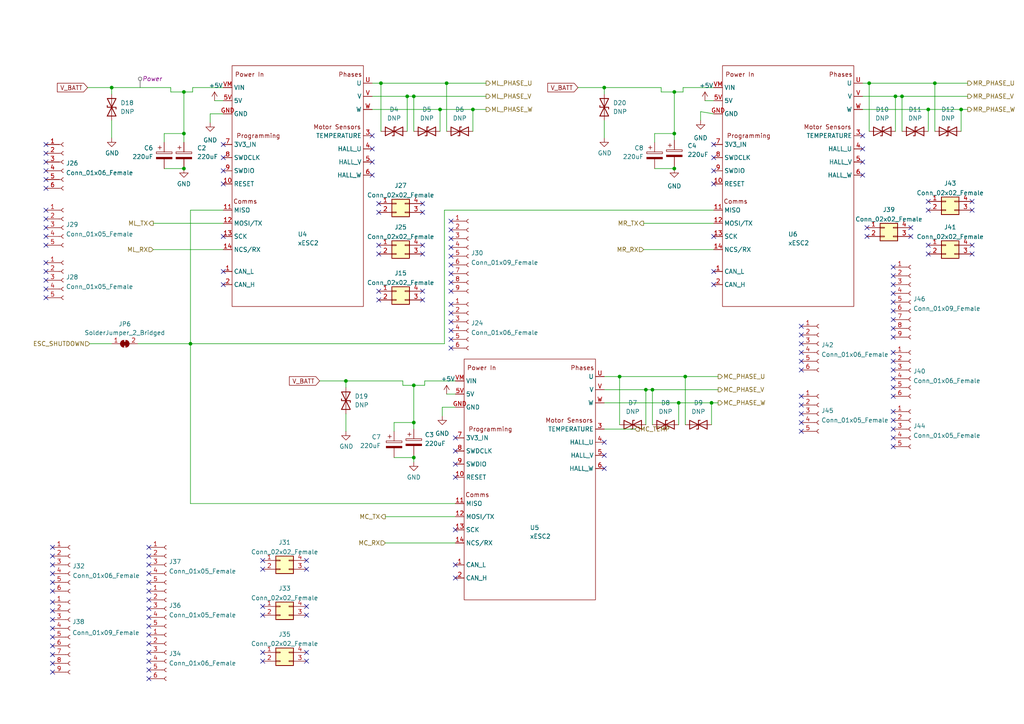
<source format=kicad_sch>
(kicad_sch (version 20230121) (generator eeschema)

  (uuid 7458300a-31ea-4521-9f29-071900a301c4)

  (paper "A4")

  (lib_symbols
    (symbol "Connector:Conn_01x05_Female" (pin_names (offset 1.016) hide) (in_bom yes) (on_board yes)
      (property "Reference" "J" (at 0 7.62 0)
        (effects (font (size 1.27 1.27)))
      )
      (property "Value" "Conn_01x05_Female" (at 0 -7.62 0)
        (effects (font (size 1.27 1.27)))
      )
      (property "Footprint" "" (at 0 0 0)
        (effects (font (size 1.27 1.27)) hide)
      )
      (property "Datasheet" "~" (at 0 0 0)
        (effects (font (size 1.27 1.27)) hide)
      )
      (property "ki_keywords" "connector" (at 0 0 0)
        (effects (font (size 1.27 1.27)) hide)
      )
      (property "ki_description" "Generic connector, single row, 01x05, script generated (kicad-library-utils/schlib/autogen/connector/)" (at 0 0 0)
        (effects (font (size 1.27 1.27)) hide)
      )
      (property "ki_fp_filters" "Connector*:*_1x??_*" (at 0 0 0)
        (effects (font (size 1.27 1.27)) hide)
      )
      (symbol "Conn_01x05_Female_1_1"
        (arc (start 0 -4.572) (mid -0.5058 -5.08) (end 0 -5.588)
          (stroke (width 0.1524) (type default))
          (fill (type none))
        )
        (arc (start 0 -2.032) (mid -0.5058 -2.54) (end 0 -3.048)
          (stroke (width 0.1524) (type default))
          (fill (type none))
        )
        (polyline
          (pts
            (xy -1.27 -5.08)
            (xy -0.508 -5.08)
          )
          (stroke (width 0.1524) (type default))
          (fill (type none))
        )
        (polyline
          (pts
            (xy -1.27 -2.54)
            (xy -0.508 -2.54)
          )
          (stroke (width 0.1524) (type default))
          (fill (type none))
        )
        (polyline
          (pts
            (xy -1.27 0)
            (xy -0.508 0)
          )
          (stroke (width 0.1524) (type default))
          (fill (type none))
        )
        (polyline
          (pts
            (xy -1.27 2.54)
            (xy -0.508 2.54)
          )
          (stroke (width 0.1524) (type default))
          (fill (type none))
        )
        (polyline
          (pts
            (xy -1.27 5.08)
            (xy -0.508 5.08)
          )
          (stroke (width 0.1524) (type default))
          (fill (type none))
        )
        (arc (start 0 0.508) (mid -0.5058 0) (end 0 -0.508)
          (stroke (width 0.1524) (type default))
          (fill (type none))
        )
        (arc (start 0 3.048) (mid -0.5058 2.54) (end 0 2.032)
          (stroke (width 0.1524) (type default))
          (fill (type none))
        )
        (arc (start 0 5.588) (mid -0.5058 5.08) (end 0 4.572)
          (stroke (width 0.1524) (type default))
          (fill (type none))
        )
        (pin passive line (at -5.08 5.08 0) (length 3.81)
          (name "Pin_1" (effects (font (size 1.27 1.27))))
          (number "1" (effects (font (size 1.27 1.27))))
        )
        (pin passive line (at -5.08 2.54 0) (length 3.81)
          (name "Pin_2" (effects (font (size 1.27 1.27))))
          (number "2" (effects (font (size 1.27 1.27))))
        )
        (pin passive line (at -5.08 0 0) (length 3.81)
          (name "Pin_3" (effects (font (size 1.27 1.27))))
          (number "3" (effects (font (size 1.27 1.27))))
        )
        (pin passive line (at -5.08 -2.54 0) (length 3.81)
          (name "Pin_4" (effects (font (size 1.27 1.27))))
          (number "4" (effects (font (size 1.27 1.27))))
        )
        (pin passive line (at -5.08 -5.08 0) (length 3.81)
          (name "Pin_5" (effects (font (size 1.27 1.27))))
          (number "5" (effects (font (size 1.27 1.27))))
        )
      )
    )
    (symbol "Connector:Conn_01x06_Female" (pin_names (offset 1.016) hide) (in_bom yes) (on_board yes)
      (property "Reference" "J" (at 0 7.62 0)
        (effects (font (size 1.27 1.27)))
      )
      (property "Value" "Conn_01x06_Female" (at 0 -10.16 0)
        (effects (font (size 1.27 1.27)))
      )
      (property "Footprint" "" (at 0 0 0)
        (effects (font (size 1.27 1.27)) hide)
      )
      (property "Datasheet" "~" (at 0 0 0)
        (effects (font (size 1.27 1.27)) hide)
      )
      (property "ki_keywords" "connector" (at 0 0 0)
        (effects (font (size 1.27 1.27)) hide)
      )
      (property "ki_description" "Generic connector, single row, 01x06, script generated (kicad-library-utils/schlib/autogen/connector/)" (at 0 0 0)
        (effects (font (size 1.27 1.27)) hide)
      )
      (property "ki_fp_filters" "Connector*:*_1x??_*" (at 0 0 0)
        (effects (font (size 1.27 1.27)) hide)
      )
      (symbol "Conn_01x06_Female_1_1"
        (arc (start 0 -7.112) (mid -0.5058 -7.62) (end 0 -8.128)
          (stroke (width 0.1524) (type default))
          (fill (type none))
        )
        (arc (start 0 -4.572) (mid -0.5058 -5.08) (end 0 -5.588)
          (stroke (width 0.1524) (type default))
          (fill (type none))
        )
        (arc (start 0 -2.032) (mid -0.5058 -2.54) (end 0 -3.048)
          (stroke (width 0.1524) (type default))
          (fill (type none))
        )
        (polyline
          (pts
            (xy -1.27 -7.62)
            (xy -0.508 -7.62)
          )
          (stroke (width 0.1524) (type default))
          (fill (type none))
        )
        (polyline
          (pts
            (xy -1.27 -5.08)
            (xy -0.508 -5.08)
          )
          (stroke (width 0.1524) (type default))
          (fill (type none))
        )
        (polyline
          (pts
            (xy -1.27 -2.54)
            (xy -0.508 -2.54)
          )
          (stroke (width 0.1524) (type default))
          (fill (type none))
        )
        (polyline
          (pts
            (xy -1.27 0)
            (xy -0.508 0)
          )
          (stroke (width 0.1524) (type default))
          (fill (type none))
        )
        (polyline
          (pts
            (xy -1.27 2.54)
            (xy -0.508 2.54)
          )
          (stroke (width 0.1524) (type default))
          (fill (type none))
        )
        (polyline
          (pts
            (xy -1.27 5.08)
            (xy -0.508 5.08)
          )
          (stroke (width 0.1524) (type default))
          (fill (type none))
        )
        (arc (start 0 0.508) (mid -0.5058 0) (end 0 -0.508)
          (stroke (width 0.1524) (type default))
          (fill (type none))
        )
        (arc (start 0 3.048) (mid -0.5058 2.54) (end 0 2.032)
          (stroke (width 0.1524) (type default))
          (fill (type none))
        )
        (arc (start 0 5.588) (mid -0.5058 5.08) (end 0 4.572)
          (stroke (width 0.1524) (type default))
          (fill (type none))
        )
        (pin passive line (at -5.08 5.08 0) (length 3.81)
          (name "Pin_1" (effects (font (size 1.27 1.27))))
          (number "1" (effects (font (size 1.27 1.27))))
        )
        (pin passive line (at -5.08 2.54 0) (length 3.81)
          (name "Pin_2" (effects (font (size 1.27 1.27))))
          (number "2" (effects (font (size 1.27 1.27))))
        )
        (pin passive line (at -5.08 0 0) (length 3.81)
          (name "Pin_3" (effects (font (size 1.27 1.27))))
          (number "3" (effects (font (size 1.27 1.27))))
        )
        (pin passive line (at -5.08 -2.54 0) (length 3.81)
          (name "Pin_4" (effects (font (size 1.27 1.27))))
          (number "4" (effects (font (size 1.27 1.27))))
        )
        (pin passive line (at -5.08 -5.08 0) (length 3.81)
          (name "Pin_5" (effects (font (size 1.27 1.27))))
          (number "5" (effects (font (size 1.27 1.27))))
        )
        (pin passive line (at -5.08 -7.62 0) (length 3.81)
          (name "Pin_6" (effects (font (size 1.27 1.27))))
          (number "6" (effects (font (size 1.27 1.27))))
        )
      )
    )
    (symbol "Connector:Conn_01x09_Female" (pin_names (offset 1.016) hide) (in_bom yes) (on_board yes)
      (property "Reference" "J" (at 0 12.7 0)
        (effects (font (size 1.27 1.27)))
      )
      (property "Value" "Conn_01x09_Female" (at 0 -12.7 0)
        (effects (font (size 1.27 1.27)))
      )
      (property "Footprint" "" (at 0 0 0)
        (effects (font (size 1.27 1.27)) hide)
      )
      (property "Datasheet" "~" (at 0 0 0)
        (effects (font (size 1.27 1.27)) hide)
      )
      (property "ki_keywords" "connector" (at 0 0 0)
        (effects (font (size 1.27 1.27)) hide)
      )
      (property "ki_description" "Generic connector, single row, 01x09, script generated (kicad-library-utils/schlib/autogen/connector/)" (at 0 0 0)
        (effects (font (size 1.27 1.27)) hide)
      )
      (property "ki_fp_filters" "Connector*:*_1x??_*" (at 0 0 0)
        (effects (font (size 1.27 1.27)) hide)
      )
      (symbol "Conn_01x09_Female_1_1"
        (arc (start 0 -9.652) (mid -0.5058 -10.16) (end 0 -10.668)
          (stroke (width 0.1524) (type default))
          (fill (type none))
        )
        (arc (start 0 -7.112) (mid -0.5058 -7.62) (end 0 -8.128)
          (stroke (width 0.1524) (type default))
          (fill (type none))
        )
        (arc (start 0 -4.572) (mid -0.5058 -5.08) (end 0 -5.588)
          (stroke (width 0.1524) (type default))
          (fill (type none))
        )
        (arc (start 0 -2.032) (mid -0.5058 -2.54) (end 0 -3.048)
          (stroke (width 0.1524) (type default))
          (fill (type none))
        )
        (polyline
          (pts
            (xy -1.27 -10.16)
            (xy -0.508 -10.16)
          )
          (stroke (width 0.1524) (type default))
          (fill (type none))
        )
        (polyline
          (pts
            (xy -1.27 -7.62)
            (xy -0.508 -7.62)
          )
          (stroke (width 0.1524) (type default))
          (fill (type none))
        )
        (polyline
          (pts
            (xy -1.27 -5.08)
            (xy -0.508 -5.08)
          )
          (stroke (width 0.1524) (type default))
          (fill (type none))
        )
        (polyline
          (pts
            (xy -1.27 -2.54)
            (xy -0.508 -2.54)
          )
          (stroke (width 0.1524) (type default))
          (fill (type none))
        )
        (polyline
          (pts
            (xy -1.27 0)
            (xy -0.508 0)
          )
          (stroke (width 0.1524) (type default))
          (fill (type none))
        )
        (polyline
          (pts
            (xy -1.27 2.54)
            (xy -0.508 2.54)
          )
          (stroke (width 0.1524) (type default))
          (fill (type none))
        )
        (polyline
          (pts
            (xy -1.27 5.08)
            (xy -0.508 5.08)
          )
          (stroke (width 0.1524) (type default))
          (fill (type none))
        )
        (polyline
          (pts
            (xy -1.27 7.62)
            (xy -0.508 7.62)
          )
          (stroke (width 0.1524) (type default))
          (fill (type none))
        )
        (polyline
          (pts
            (xy -1.27 10.16)
            (xy -0.508 10.16)
          )
          (stroke (width 0.1524) (type default))
          (fill (type none))
        )
        (arc (start 0 0.508) (mid -0.5058 0) (end 0 -0.508)
          (stroke (width 0.1524) (type default))
          (fill (type none))
        )
        (arc (start 0 3.048) (mid -0.5058 2.54) (end 0 2.032)
          (stroke (width 0.1524) (type default))
          (fill (type none))
        )
        (arc (start 0 5.588) (mid -0.5058 5.08) (end 0 4.572)
          (stroke (width 0.1524) (type default))
          (fill (type none))
        )
        (arc (start 0 8.128) (mid -0.5058 7.62) (end 0 7.112)
          (stroke (width 0.1524) (type default))
          (fill (type none))
        )
        (arc (start 0 10.668) (mid -0.5058 10.16) (end 0 9.652)
          (stroke (width 0.1524) (type default))
          (fill (type none))
        )
        (pin passive line (at -5.08 10.16 0) (length 3.81)
          (name "Pin_1" (effects (font (size 1.27 1.27))))
          (number "1" (effects (font (size 1.27 1.27))))
        )
        (pin passive line (at -5.08 7.62 0) (length 3.81)
          (name "Pin_2" (effects (font (size 1.27 1.27))))
          (number "2" (effects (font (size 1.27 1.27))))
        )
        (pin passive line (at -5.08 5.08 0) (length 3.81)
          (name "Pin_3" (effects (font (size 1.27 1.27))))
          (number "3" (effects (font (size 1.27 1.27))))
        )
        (pin passive line (at -5.08 2.54 0) (length 3.81)
          (name "Pin_4" (effects (font (size 1.27 1.27))))
          (number "4" (effects (font (size 1.27 1.27))))
        )
        (pin passive line (at -5.08 0 0) (length 3.81)
          (name "Pin_5" (effects (font (size 1.27 1.27))))
          (number "5" (effects (font (size 1.27 1.27))))
        )
        (pin passive line (at -5.08 -2.54 0) (length 3.81)
          (name "Pin_6" (effects (font (size 1.27 1.27))))
          (number "6" (effects (font (size 1.27 1.27))))
        )
        (pin passive line (at -5.08 -5.08 0) (length 3.81)
          (name "Pin_7" (effects (font (size 1.27 1.27))))
          (number "7" (effects (font (size 1.27 1.27))))
        )
        (pin passive line (at -5.08 -7.62 0) (length 3.81)
          (name "Pin_8" (effects (font (size 1.27 1.27))))
          (number "8" (effects (font (size 1.27 1.27))))
        )
        (pin passive line (at -5.08 -10.16 0) (length 3.81)
          (name "Pin_9" (effects (font (size 1.27 1.27))))
          (number "9" (effects (font (size 1.27 1.27))))
        )
      )
    )
    (symbol "Connector_Generic:Conn_02x02_Counter_Clockwise" (pin_names (offset 1.016) hide) (in_bom yes) (on_board yes)
      (property "Reference" "J" (at 1.27 2.54 0)
        (effects (font (size 1.27 1.27)))
      )
      (property "Value" "Conn_02x02_Counter_Clockwise" (at 1.27 -5.08 0)
        (effects (font (size 1.27 1.27)))
      )
      (property "Footprint" "" (at 0 0 0)
        (effects (font (size 1.27 1.27)) hide)
      )
      (property "Datasheet" "~" (at 0 0 0)
        (effects (font (size 1.27 1.27)) hide)
      )
      (property "ki_keywords" "connector" (at 0 0 0)
        (effects (font (size 1.27 1.27)) hide)
      )
      (property "ki_description" "Generic connector, double row, 02x02, counter clockwise pin numbering scheme (similar to DIP packge numbering), script generated (kicad-library-utils/schlib/autogen/connector/)" (at 0 0 0)
        (effects (font (size 1.27 1.27)) hide)
      )
      (property "ki_fp_filters" "Connector*:*_2x??_*" (at 0 0 0)
        (effects (font (size 1.27 1.27)) hide)
      )
      (symbol "Conn_02x02_Counter_Clockwise_1_1"
        (rectangle (start -1.27 -2.413) (end 0 -2.667)
          (stroke (width 0.1524) (type default))
          (fill (type none))
        )
        (rectangle (start -1.27 0.127) (end 0 -0.127)
          (stroke (width 0.1524) (type default))
          (fill (type none))
        )
        (rectangle (start -1.27 1.27) (end 3.81 -3.81)
          (stroke (width 0.254) (type default))
          (fill (type background))
        )
        (rectangle (start 3.81 -2.413) (end 2.54 -2.667)
          (stroke (width 0.1524) (type default))
          (fill (type none))
        )
        (rectangle (start 3.81 0.127) (end 2.54 -0.127)
          (stroke (width 0.1524) (type default))
          (fill (type none))
        )
        (pin passive line (at -5.08 0 0) (length 3.81)
          (name "Pin_1" (effects (font (size 1.27 1.27))))
          (number "1" (effects (font (size 1.27 1.27))))
        )
        (pin passive line (at -5.08 -2.54 0) (length 3.81)
          (name "Pin_2" (effects (font (size 1.27 1.27))))
          (number "2" (effects (font (size 1.27 1.27))))
        )
        (pin passive line (at 7.62 -2.54 180) (length 3.81)
          (name "Pin_3" (effects (font (size 1.27 1.27))))
          (number "3" (effects (font (size 1.27 1.27))))
        )
        (pin passive line (at 7.62 0 180) (length 3.81)
          (name "Pin_4" (effects (font (size 1.27 1.27))))
          (number "4" (effects (font (size 1.27 1.27))))
        )
      )
    )
    (symbol "Device:C_Polarized" (pin_numbers hide) (pin_names (offset 0.254)) (in_bom yes) (on_board yes)
      (property "Reference" "C" (at 0.635 2.54 0)
        (effects (font (size 1.27 1.27)) (justify left))
      )
      (property "Value" "C_Polarized" (at 0.635 -2.54 0)
        (effects (font (size 1.27 1.27)) (justify left))
      )
      (property "Footprint" "" (at 0.9652 -3.81 0)
        (effects (font (size 1.27 1.27)) hide)
      )
      (property "Datasheet" "~" (at 0 0 0)
        (effects (font (size 1.27 1.27)) hide)
      )
      (property "ki_keywords" "cap capacitor" (at 0 0 0)
        (effects (font (size 1.27 1.27)) hide)
      )
      (property "ki_description" "Polarized capacitor" (at 0 0 0)
        (effects (font (size 1.27 1.27)) hide)
      )
      (property "ki_fp_filters" "CP_*" (at 0 0 0)
        (effects (font (size 1.27 1.27)) hide)
      )
      (symbol "C_Polarized_0_1"
        (rectangle (start -2.286 0.508) (end 2.286 1.016)
          (stroke (width 0) (type default))
          (fill (type none))
        )
        (polyline
          (pts
            (xy -1.778 2.286)
            (xy -0.762 2.286)
          )
          (stroke (width 0) (type default))
          (fill (type none))
        )
        (polyline
          (pts
            (xy -1.27 2.794)
            (xy -1.27 1.778)
          )
          (stroke (width 0) (type default))
          (fill (type none))
        )
        (rectangle (start 2.286 -0.508) (end -2.286 -1.016)
          (stroke (width 0) (type default))
          (fill (type outline))
        )
      )
      (symbol "C_Polarized_1_1"
        (pin passive line (at 0 3.81 270) (length 2.794)
          (name "~" (effects (font (size 1.27 1.27))))
          (number "1" (effects (font (size 1.27 1.27))))
        )
        (pin passive line (at 0 -3.81 90) (length 2.794)
          (name "~" (effects (font (size 1.27 1.27))))
          (number "2" (effects (font (size 1.27 1.27))))
        )
      )
    )
    (symbol "Device:D_TVS" (pin_numbers hide) (pin_names (offset 1.016) hide) (in_bom yes) (on_board yes)
      (property "Reference" "D" (at 0 2.54 0)
        (effects (font (size 1.27 1.27)))
      )
      (property "Value" "D_TVS" (at 0 -2.54 0)
        (effects (font (size 1.27 1.27)))
      )
      (property "Footprint" "" (at 0 0 0)
        (effects (font (size 1.27 1.27)) hide)
      )
      (property "Datasheet" "~" (at 0 0 0)
        (effects (font (size 1.27 1.27)) hide)
      )
      (property "ki_keywords" "diode TVS thyrector" (at 0 0 0)
        (effects (font (size 1.27 1.27)) hide)
      )
      (property "ki_description" "Bidirectional transient-voltage-suppression diode" (at 0 0 0)
        (effects (font (size 1.27 1.27)) hide)
      )
      (property "ki_fp_filters" "TO-???* *_Diode_* *SingleDiode* D_*" (at 0 0 0)
        (effects (font (size 1.27 1.27)) hide)
      )
      (symbol "D_TVS_0_1"
        (polyline
          (pts
            (xy 1.27 0)
            (xy -1.27 0)
          )
          (stroke (width 0) (type default))
          (fill (type none))
        )
        (polyline
          (pts
            (xy 0.508 1.27)
            (xy 0 1.27)
            (xy 0 -1.27)
            (xy -0.508 -1.27)
          )
          (stroke (width 0.254) (type default))
          (fill (type none))
        )
        (polyline
          (pts
            (xy -2.54 1.27)
            (xy -2.54 -1.27)
            (xy 2.54 1.27)
            (xy 2.54 -1.27)
            (xy -2.54 1.27)
          )
          (stroke (width 0.254) (type default))
          (fill (type none))
        )
      )
      (symbol "D_TVS_1_1"
        (pin passive line (at -3.81 0 0) (length 2.54)
          (name "A1" (effects (font (size 1.27 1.27))))
          (number "1" (effects (font (size 1.27 1.27))))
        )
        (pin passive line (at 3.81 0 180) (length 2.54)
          (name "A2" (effects (font (size 1.27 1.27))))
          (number "2" (effects (font (size 1.27 1.27))))
        )
      )
    )
    (symbol "Jumper:SolderJumper_2_Bridged" (pin_names (offset 0) hide) (in_bom yes) (on_board yes)
      (property "Reference" "JP" (at 0 2.032 0)
        (effects (font (size 1.27 1.27)))
      )
      (property "Value" "SolderJumper_2_Bridged" (at 0 -2.54 0)
        (effects (font (size 1.27 1.27)))
      )
      (property "Footprint" "" (at 0 0 0)
        (effects (font (size 1.27 1.27)) hide)
      )
      (property "Datasheet" "~" (at 0 0 0)
        (effects (font (size 1.27 1.27)) hide)
      )
      (property "ki_keywords" "solder jumper SPST" (at 0 0 0)
        (effects (font (size 1.27 1.27)) hide)
      )
      (property "ki_description" "Solder Jumper, 2-pole, closed/bridged" (at 0 0 0)
        (effects (font (size 1.27 1.27)) hide)
      )
      (property "ki_fp_filters" "SolderJumper*Bridged*" (at 0 0 0)
        (effects (font (size 1.27 1.27)) hide)
      )
      (symbol "SolderJumper_2_Bridged_0_1"
        (rectangle (start -0.508 0.508) (end 0.508 -0.508)
          (stroke (width 0) (type default))
          (fill (type outline))
        )
        (arc (start -0.254 1.016) (mid -1.2656 0) (end -0.254 -1.016)
          (stroke (width 0) (type default))
          (fill (type none))
        )
        (arc (start -0.254 1.016) (mid -1.2656 0) (end -0.254 -1.016)
          (stroke (width 0) (type default))
          (fill (type outline))
        )
        (polyline
          (pts
            (xy -0.254 1.016)
            (xy -0.254 -1.016)
          )
          (stroke (width 0) (type default))
          (fill (type none))
        )
        (polyline
          (pts
            (xy 0.254 1.016)
            (xy 0.254 -1.016)
          )
          (stroke (width 0) (type default))
          (fill (type none))
        )
        (arc (start 0.254 -1.016) (mid 1.2656 0) (end 0.254 1.016)
          (stroke (width 0) (type default))
          (fill (type none))
        )
        (arc (start 0.254 -1.016) (mid 1.2656 0) (end 0.254 1.016)
          (stroke (width 0) (type default))
          (fill (type outline))
        )
      )
      (symbol "SolderJumper_2_Bridged_1_1"
        (pin passive line (at -3.81 0 0) (length 2.54)
          (name "A" (effects (font (size 1.27 1.27))))
          (number "1" (effects (font (size 1.27 1.27))))
        )
        (pin passive line (at 3.81 0 180) (length 2.54)
          (name "B" (effects (font (size 1.27 1.27))))
          (number "2" (effects (font (size 1.27 1.27))))
        )
      )
    )
    (symbol "power:+5V" (power) (pin_names (offset 0)) (in_bom yes) (on_board yes)
      (property "Reference" "#PWR" (at 0 -3.81 0)
        (effects (font (size 1.27 1.27)) hide)
      )
      (property "Value" "+5V" (at 0 3.556 0)
        (effects (font (size 1.27 1.27)))
      )
      (property "Footprint" "" (at 0 0 0)
        (effects (font (size 1.27 1.27)) hide)
      )
      (property "Datasheet" "" (at 0 0 0)
        (effects (font (size 1.27 1.27)) hide)
      )
      (property "ki_keywords" "power-flag" (at 0 0 0)
        (effects (font (size 1.27 1.27)) hide)
      )
      (property "ki_description" "Power symbol creates a global label with name \"+5V\"" (at 0 0 0)
        (effects (font (size 1.27 1.27)) hide)
      )
      (symbol "+5V_0_1"
        (polyline
          (pts
            (xy -0.762 1.27)
            (xy 0 2.54)
          )
          (stroke (width 0) (type default))
          (fill (type none))
        )
        (polyline
          (pts
            (xy 0 0)
            (xy 0 2.54)
          )
          (stroke (width 0) (type default))
          (fill (type none))
        )
        (polyline
          (pts
            (xy 0 2.54)
            (xy 0.762 1.27)
          )
          (stroke (width 0) (type default))
          (fill (type none))
        )
      )
      (symbol "+5V_1_1"
        (pin power_in line (at 0 0 90) (length 0) hide
          (name "+5V" (effects (font (size 1.27 1.27))))
          (number "1" (effects (font (size 1.27 1.27))))
        )
      )
    )
    (symbol "power:GND" (power) (pin_names (offset 0)) (in_bom yes) (on_board yes)
      (property "Reference" "#PWR" (at 0 -6.35 0)
        (effects (font (size 1.27 1.27)) hide)
      )
      (property "Value" "GND" (at 0 -3.81 0)
        (effects (font (size 1.27 1.27)))
      )
      (property "Footprint" "" (at 0 0 0)
        (effects (font (size 1.27 1.27)) hide)
      )
      (property "Datasheet" "" (at 0 0 0)
        (effects (font (size 1.27 1.27)) hide)
      )
      (property "ki_keywords" "power-flag" (at 0 0 0)
        (effects (font (size 1.27 1.27)) hide)
      )
      (property "ki_description" "Power symbol creates a global label with name \"GND\" , ground" (at 0 0 0)
        (effects (font (size 1.27 1.27)) hide)
      )
      (symbol "GND_0_1"
        (polyline
          (pts
            (xy 0 0)
            (xy 0 -1.27)
            (xy 1.27 -1.27)
            (xy 0 -2.54)
            (xy -1.27 -1.27)
            (xy 0 -1.27)
          )
          (stroke (width 0) (type default))
          (fill (type none))
        )
      )
      (symbol "GND_1_1"
        (pin power_in line (at 0 0 270) (length 0) hide
          (name "GND" (effects (font (size 1.27 1.27))))
          (number "1" (effects (font (size 1.27 1.27))))
        )
      )
    )
    (symbol "xESC2:xESC2" (in_bom yes) (on_board yes)
      (property "Reference" "U" (at -2.54 -22.86 0)
        (effects (font (size 1.27 1.27)))
      )
      (property "Value" "xESC2" (at -2.54 -25.4 0)
        (effects (font (size 1.27 1.27)))
      )
      (property "Footprint" "" (at 0 0 0)
        (effects (font (size 1.27 1.27)) hide)
      )
      (property "Datasheet" "" (at 0 0 0)
        (effects (font (size 1.27 1.27)) hide)
      )
      (symbol "xESC2_0_0"
        (text "Comms" (at -17.78 10.16 0)
          (effects (font (size 1.27 1.27)))
        )
        (text "Motor Sensors" (at 8.89 31.75 0)
          (effects (font (size 1.27 1.27)))
        )
        (text "Phases" (at 12.7 46.99 0)
          (effects (font (size 1.27 1.27)))
        )
        (text "Power In" (at -16.51 46.99 0)
          (effects (font (size 1.27 1.27)))
        )
        (text "Programming" (at -13.97 29.21 0)
          (effects (font (size 1.27 1.27)))
        )
      )
      (symbol "xESC2_0_1"
        (rectangle (start -21.59 49.53) (end 16.51 -20.32)
          (stroke (width 0) (type default))
          (fill (type none))
        )
      )
      (symbol "xESC2_1_1"
        (pin input line (at -24.13 -10.16 0) (length 2.54)
          (name "CAN_L" (effects (font (size 1.27 1.27))))
          (number "1" (effects (font (size 1.27 1.27))))
        )
        (pin input line (at -24.13 15.24 0) (length 2.54)
          (name "RESET" (effects (font (size 1.27 1.27))))
          (number "10" (effects (font (size 1.27 1.27))))
        )
        (pin input line (at -24.13 7.62 0) (length 2.54)
          (name "MISO" (effects (font (size 1.27 1.27))))
          (number "11" (effects (font (size 1.27 1.27))))
        )
        (pin input line (at -24.13 3.81 0) (length 2.54)
          (name "MOSI/TX" (effects (font (size 1.27 1.27))))
          (number "12" (effects (font (size 1.27 1.27))))
        )
        (pin input line (at -24.13 0 0) (length 2.54)
          (name "SCK" (effects (font (size 1.27 1.27))))
          (number "13" (effects (font (size 1.27 1.27))))
        )
        (pin input line (at -24.13 -3.81 0) (length 2.54)
          (name "NCS/RX" (effects (font (size 1.27 1.27))))
          (number "14" (effects (font (size 1.27 1.27))))
        )
        (pin input line (at -24.13 -13.97 0) (length 2.54)
          (name "CAN_H" (effects (font (size 1.27 1.27))))
          (number "2" (effects (font (size 1.27 1.27))))
        )
        (pin input line (at 19.05 29.21 180) (length 2.54)
          (name "TEMPERATURE" (effects (font (size 1.27 1.27))))
          (number "3" (effects (font (size 1.27 1.27))))
        )
        (pin input line (at 19.05 25.4 180) (length 2.54)
          (name "HALL_U" (effects (font (size 1.27 1.27))))
          (number "4" (effects (font (size 1.27 1.27))))
        )
        (pin input line (at 19.05 21.59 180) (length 2.54)
          (name "HALL_V" (effects (font (size 1.27 1.27))))
          (number "5" (effects (font (size 1.27 1.27))))
        )
        (pin input line (at -24.13 39.37 0) (length 2.54)
          (name "5V" (effects (font (size 1.27 1.27))))
          (number "5V" (effects (font (size 1.27 1.27))))
        )
        (pin input line (at 19.05 17.78 180) (length 2.54)
          (name "HALL_W" (effects (font (size 1.27 1.27))))
          (number "6" (effects (font (size 1.27 1.27))))
        )
        (pin input line (at -24.13 26.67 0) (length 2.54)
          (name "3V3_IN" (effects (font (size 1.27 1.27))))
          (number "7" (effects (font (size 1.27 1.27))))
        )
        (pin input line (at -24.13 22.86 0) (length 2.54)
          (name "SWDCLK" (effects (font (size 1.27 1.27))))
          (number "8" (effects (font (size 1.27 1.27))))
        )
        (pin input line (at -24.13 19.05 0) (length 2.54)
          (name "SWDIO" (effects (font (size 1.27 1.27))))
          (number "9" (effects (font (size 1.27 1.27))))
        )
        (pin input line (at -24.13 35.56 0) (length 2.54)
          (name "GND" (effects (font (size 1.27 1.27))))
          (number "GND" (effects (font (size 1.27 1.27))))
        )
        (pin output line (at 19.05 44.45 180) (length 2.54)
          (name "U" (effects (font (size 1.27 1.27))))
          (number "U" (effects (font (size 1.27 1.27))))
        )
        (pin output line (at 19.05 40.64 180) (length 2.54)
          (name "V" (effects (font (size 1.27 1.27))))
          (number "V" (effects (font (size 1.27 1.27))))
        )
        (pin input line (at -24.13 43.18 0) (length 2.54)
          (name "VIN" (effects (font (size 1.27 1.27))))
          (number "VM" (effects (font (size 1.27 1.27))))
        )
        (pin output line (at 19.05 36.83 180) (length 2.54)
          (name "W" (effects (font (size 1.27 1.27))))
          (number "W" (effects (font (size 1.27 1.27))))
        )
      )
    )
  )

  (junction (at 252.095 24.13) (diameter 0) (color 0 0 0 0)
    (uuid 02b80a6c-9ace-4a3b-9a52-2ec4a2a28789)
  )
  (junction (at 55.245 99.695) (diameter 0) (color 0 0 0 0)
    (uuid 035421fb-f9df-495a-ae4f-ce1f3ed68faf)
  )
  (junction (at 259.715 27.94) (diameter 0) (color 0 0 0 0)
    (uuid 04cdd3c2-f5f3-4db6-89fd-0dc92cdd3275)
  )
  (junction (at 120.015 132.715) (diameter 0) (color 0 0 0 0)
    (uuid 26269e1c-3682-42d9-8b00-aab0e466c9f2)
  )
  (junction (at 129.54 24.13) (diameter 0) (color 0 0 0 0)
    (uuid 2db22596-7756-409b-877c-a2ae72fcb010)
  )
  (junction (at 32.385 25.4) (diameter 0) (color 0 0 0 0)
    (uuid 471a08a9-2fb4-4f83-9abd-002aaaec1914)
  )
  (junction (at 179.705 109.22) (diameter 0) (color 0 0 0 0)
    (uuid 523a6fcd-67d5-4196-a7df-5c9593267607)
  )
  (junction (at 118.11 27.94) (diameter 0) (color 0 0 0 0)
    (uuid 5727536a-8c6a-4bb0-af83-c22206ca8d67)
  )
  (junction (at 278.765 31.75) (diameter 0) (color 0 0 0 0)
    (uuid 64d357e3-07bf-4408-84d2-ba1cf9a13877)
  )
  (junction (at 53.34 26.67) (diameter 0) (color 0 0 0 0)
    (uuid 7c23b417-aac9-49aa-ae7a-3b812d3daa86)
  )
  (junction (at 127.635 31.75) (diameter 0) (color 0 0 0 0)
    (uuid 8391c159-3c0f-41d2-b069-b583500f9bae)
  )
  (junction (at 195.58 48.895) (diameter 0) (color 0 0 0 0)
    (uuid 8c2c129a-1150-49f7-b462-e632ece95475)
  )
  (junction (at 110.49 24.13) (diameter 0) (color 0 0 0 0)
    (uuid 8e27167b-bfd1-4762-bf73-25e300f92208)
  )
  (junction (at 100.33 110.49) (diameter 0) (color 0 0 0 0)
    (uuid 9094a9f3-4dbc-41f8-b18c-fae1fdcdcee8)
  )
  (junction (at 196.85 116.84) (diameter 0) (color 0 0 0 0)
    (uuid 930957bc-3f23-4859-9f08-004629849aab)
  )
  (junction (at 195.58 26.67) (diameter 0) (color 0 0 0 0)
    (uuid 9969880e-6c96-41d6-b8f3-bf62714a1ae0)
  )
  (junction (at 53.34 38.735) (diameter 0) (color 0 0 0 0)
    (uuid ad560172-d763-4b41-8f68-d720e7a6cd23)
  )
  (junction (at 271.145 24.13) (diameter 0) (color 0 0 0 0)
    (uuid ae6de280-5a91-4648-9145-4fd1200fb03f)
  )
  (junction (at 120.015 27.94) (diameter 0) (color 0 0 0 0)
    (uuid ba05f146-ce56-491f-b141-b40dae51b132)
  )
  (junction (at 120.015 111.76) (diameter 0) (color 0 0 0 0)
    (uuid bc5fa7af-c7c1-4882-9143-9d5d272de9d8)
  )
  (junction (at 195.58 38.735) (diameter 0) (color 0 0 0 0)
    (uuid c065051a-ac57-4639-8b38-472bc260f9bd)
  )
  (junction (at 189.23 113.03) (diameter 0) (color 0 0 0 0)
    (uuid c4e7fb45-a5d1-42be-9ab1-fd2c01e16ac6)
  )
  (junction (at 261.62 27.94) (diameter 0) (color 0 0 0 0)
    (uuid c6e482b1-a163-4ee2-95c0-fbfd4b189022)
  )
  (junction (at 120.015 122.555) (diameter 0) (color 0 0 0 0)
    (uuid c7167e1c-7d43-4f73-8d8e-2d56272c3633)
  )
  (junction (at 137.16 31.75) (diameter 0) (color 0 0 0 0)
    (uuid cfd9f318-341d-4688-a5f7-9f02b76cbe65)
  )
  (junction (at 198.755 109.22) (diameter 0) (color 0 0 0 0)
    (uuid dab57940-3bd9-42b9-bb1a-a163857d7fcb)
  )
  (junction (at 187.325 113.03) (diameter 0) (color 0 0 0 0)
    (uuid de223164-21a9-414a-a430-3526afac1df9)
  )
  (junction (at 53.34 48.895) (diameter 0) (color 0 0 0 0)
    (uuid e4911b2c-0487-40d2-8b6f-ee43447e918e)
  )
  (junction (at 269.24 31.75) (diameter 0) (color 0 0 0 0)
    (uuid efaa19f5-44cb-4641-9765-d558654b106a)
  )
  (junction (at 175.26 25.4) (diameter 0) (color 0 0 0 0)
    (uuid f2fb0366-6e98-4199-8591-c099fae4402d)
  )
  (junction (at 206.375 116.84) (diameter 0) (color 0 0 0 0)
    (uuid f8d9fecd-1b32-42cf-a649-0dc94e33a915)
  )

  (no_connect (at 251.46 66.04) (uuid 02b2bdec-109e-46c9-8a17-9fcfc3f441ba))
  (no_connect (at 251.46 68.58) (uuid 02b2bdec-109e-46c9-8a17-9fcfc3f441bb))
  (no_connect (at 264.16 68.58) (uuid 02b2bdec-109e-46c9-8a17-9fcfc3f441bc))
  (no_connect (at 264.16 66.04) (uuid 02b2bdec-109e-46c9-8a17-9fcfc3f441bd))
  (no_connect (at 269.24 60.96) (uuid 02b2bdec-109e-46c9-8a17-9fcfc3f441be))
  (no_connect (at 269.24 58.42) (uuid 02b2bdec-109e-46c9-8a17-9fcfc3f441bf))
  (no_connect (at 281.94 58.42) (uuid 02b2bdec-109e-46c9-8a17-9fcfc3f441c0))
  (no_connect (at 281.94 60.96) (uuid 02b2bdec-109e-46c9-8a17-9fcfc3f441c1))
  (no_connect (at 281.94 71.12) (uuid 02b2bdec-109e-46c9-8a17-9fcfc3f441c2))
  (no_connect (at 281.94 73.66) (uuid 02b2bdec-109e-46c9-8a17-9fcfc3f441c3))
  (no_connect (at 269.24 73.66) (uuid 02b2bdec-109e-46c9-8a17-9fcfc3f441c4))
  (no_connect (at 269.24 71.12) (uuid 02b2bdec-109e-46c9-8a17-9fcfc3f441c5))
  (no_connect (at 43.18 173.99) (uuid 12f99d84-58ae-4f4d-8bf1-636efbf985ba))
  (no_connect (at 43.18 171.45) (uuid 12f99d84-58ae-4f4d-8bf1-636efbf985bb))
  (no_connect (at 43.18 168.91) (uuid 12f99d84-58ae-4f4d-8bf1-636efbf985bc))
  (no_connect (at 43.18 166.37) (uuid 12f99d84-58ae-4f4d-8bf1-636efbf985bd))
  (no_connect (at 43.18 163.83) (uuid 12f99d84-58ae-4f4d-8bf1-636efbf985be))
  (no_connect (at 43.18 161.29) (uuid 12f99d84-58ae-4f4d-8bf1-636efbf985bf))
  (no_connect (at 43.18 158.75) (uuid 12f99d84-58ae-4f4d-8bf1-636efbf985c0))
  (no_connect (at 15.24 158.75) (uuid 12f99d84-58ae-4f4d-8bf1-636efbf985c1))
  (no_connect (at 15.24 161.29) (uuid 12f99d84-58ae-4f4d-8bf1-636efbf985c2))
  (no_connect (at 15.24 163.83) (uuid 12f99d84-58ae-4f4d-8bf1-636efbf985c3))
  (no_connect (at 15.24 166.37) (uuid 12f99d84-58ae-4f4d-8bf1-636efbf985c4))
  (no_connect (at 15.24 168.91) (uuid 12f99d84-58ae-4f4d-8bf1-636efbf985c5))
  (no_connect (at 15.24 171.45) (uuid 12f99d84-58ae-4f4d-8bf1-636efbf985c6))
  (no_connect (at 15.24 174.625) (uuid 12f99d84-58ae-4f4d-8bf1-636efbf985c7))
  (no_connect (at 15.24 177.165) (uuid 12f99d84-58ae-4f4d-8bf1-636efbf985c8))
  (no_connect (at 15.24 179.705) (uuid 12f99d84-58ae-4f4d-8bf1-636efbf985c9))
  (no_connect (at 15.24 182.245) (uuid 12f99d84-58ae-4f4d-8bf1-636efbf985ca))
  (no_connect (at 15.24 184.785) (uuid 12f99d84-58ae-4f4d-8bf1-636efbf985cb))
  (no_connect (at 15.24 187.325) (uuid 12f99d84-58ae-4f4d-8bf1-636efbf985cc))
  (no_connect (at 15.24 189.865) (uuid 12f99d84-58ae-4f4d-8bf1-636efbf985cd))
  (no_connect (at 15.24 192.405) (uuid 12f99d84-58ae-4f4d-8bf1-636efbf985ce))
  (no_connect (at 15.24 194.945) (uuid 12f99d84-58ae-4f4d-8bf1-636efbf985cf))
  (no_connect (at 43.18 191.77) (uuid 12f99d84-58ae-4f4d-8bf1-636efbf985d0))
  (no_connect (at 43.18 189.23) (uuid 12f99d84-58ae-4f4d-8bf1-636efbf985d1))
  (no_connect (at 43.18 186.69) (uuid 12f99d84-58ae-4f4d-8bf1-636efbf985d2))
  (no_connect (at 43.18 184.15) (uuid 12f99d84-58ae-4f4d-8bf1-636efbf985d3))
  (no_connect (at 43.18 181.61) (uuid 12f99d84-58ae-4f4d-8bf1-636efbf985d4))
  (no_connect (at 43.18 179.07) (uuid 12f99d84-58ae-4f4d-8bf1-636efbf985d5))
  (no_connect (at 43.18 176.53) (uuid 12f99d84-58ae-4f4d-8bf1-636efbf985d6))
  (no_connect (at 43.18 196.85) (uuid 12f99d84-58ae-4f4d-8bf1-636efbf985d7))
  (no_connect (at 43.18 194.31) (uuid 12f99d84-58ae-4f4d-8bf1-636efbf985d8))
  (no_connect (at 130.81 76.835) (uuid 135b98e6-f324-4dc7-b106-a84a5f0dd707))
  (no_connect (at 130.81 79.375) (uuid 135b98e6-f324-4dc7-b106-a84a5f0dd708))
  (no_connect (at 76.2 189.23) (uuid 15264557-df23-438c-ac93-1329f740ed23))
  (no_connect (at 76.2 191.77) (uuid 15264557-df23-438c-ac93-1329f740ed24))
  (no_connect (at 88.9 189.23) (uuid 15264557-df23-438c-ac93-1329f740ed25))
  (no_connect (at 88.9 191.77) (uuid 15264557-df23-438c-ac93-1329f740ed26))
  (no_connect (at 76.2 162.56) (uuid 15264557-df23-438c-ac93-1329f740ed27))
  (no_connect (at 76.2 165.1) (uuid 15264557-df23-438c-ac93-1329f740ed28))
  (no_connect (at 88.9 162.56) (uuid 15264557-df23-438c-ac93-1329f740ed29))
  (no_connect (at 88.9 165.1) (uuid 15264557-df23-438c-ac93-1329f740ed2a))
  (no_connect (at 76.2 175.895) (uuid 15264557-df23-438c-ac93-1329f740ed2b))
  (no_connect (at 76.2 178.435) (uuid 15264557-df23-438c-ac93-1329f740ed2c))
  (no_connect (at 88.9 175.895) (uuid 15264557-df23-438c-ac93-1329f740ed2d))
  (no_connect (at 88.9 178.435) (uuid 15264557-df23-438c-ac93-1329f740ed2e))
  (no_connect (at 175.26 128.27) (uuid 1707f04e-73aa-4e2c-8b66-4b41e33210ce))
  (no_connect (at 250.19 46.99) (uuid 291d3bda-8be2-4dc8-a0eb-b3a91e4a27f1))
  (no_connect (at 64.77 68.58) (uuid 30f3a57c-4868-4749-90b4-66052466a8df))
  (no_connect (at 64.77 41.91) (uuid 30f3a57c-4868-4749-90b4-66052466a8e0))
  (no_connect (at 64.77 45.72) (uuid 30f3a57c-4868-4749-90b4-66052466a8e1))
  (no_connect (at 64.77 49.53) (uuid 30f3a57c-4868-4749-90b4-66052466a8e2))
  (no_connect (at 64.77 53.34) (uuid 30f3a57c-4868-4749-90b4-66052466a8e3))
  (no_connect (at 207.01 68.58) (uuid 30f3a57c-4868-4749-90b4-66052466a8e4))
  (no_connect (at 250.19 39.37) (uuid 30f3a57c-4868-4749-90b4-66052466a8e5))
  (no_connect (at 207.01 41.91) (uuid 30f3a57c-4868-4749-90b4-66052466a8e6))
  (no_connect (at 207.01 49.53) (uuid 30f3a57c-4868-4749-90b4-66052466a8e8))
  (no_connect (at 207.01 53.34) (uuid 30f3a57c-4868-4749-90b4-66052466a8e9))
  (no_connect (at 207.01 45.72) (uuid 30f3a57c-4868-4749-90b4-66052466a8ea))
  (no_connect (at 132.08 138.43) (uuid 30f3a57c-4868-4749-90b4-66052466a8eb))
  (no_connect (at 132.08 127) (uuid 30f3a57c-4868-4749-90b4-66052466a8ec))
  (no_connect (at 132.08 130.81) (uuid 30f3a57c-4868-4749-90b4-66052466a8ed))
  (no_connect (at 132.08 134.62) (uuid 30f3a57c-4868-4749-90b4-66052466a8ee))
  (no_connect (at 107.95 39.37) (uuid 30f3a57c-4868-4749-90b4-66052466a8ef))
  (no_connect (at 107.95 43.18) (uuid 3acd2454-0a70-4355-bb21-30f75e726501))
  (no_connect (at 13.335 76.2) (uuid 583aa22b-5d88-4900-a77e-408cc7832166))
  (no_connect (at 13.335 78.74) (uuid 583aa22b-5d88-4900-a77e-408cc7832167))
  (no_connect (at 13.335 81.28) (uuid 583aa22b-5d88-4900-a77e-408cc7832168))
  (no_connect (at 13.335 83.82) (uuid 583aa22b-5d88-4900-a77e-408cc7832169))
  (no_connect (at 13.335 86.36) (uuid 583aa22b-5d88-4900-a77e-408cc783216a))
  (no_connect (at 130.81 64.135) (uuid 583aa22b-5d88-4900-a77e-408cc783216b))
  (no_connect (at 130.81 66.675) (uuid 583aa22b-5d88-4900-a77e-408cc783216c))
  (no_connect (at 130.81 69.215) (uuid 583aa22b-5d88-4900-a77e-408cc783216d))
  (no_connect (at 130.81 71.755) (uuid 583aa22b-5d88-4900-a77e-408cc783216e))
  (no_connect (at 109.855 71.12) (uuid 583aa22b-5d88-4900-a77e-408cc783216f))
  (no_connect (at 109.855 73.66) (uuid 583aa22b-5d88-4900-a77e-408cc7832170))
  (no_connect (at 122.555 73.66) (uuid 583aa22b-5d88-4900-a77e-408cc7832171))
  (no_connect (at 122.555 71.12) (uuid 583aa22b-5d88-4900-a77e-408cc7832172))
  (no_connect (at 109.855 59.055) (uuid 583aa22b-5d88-4900-a77e-408cc7832173))
  (no_connect (at 109.855 61.595) (uuid 583aa22b-5d88-4900-a77e-408cc7832174))
  (no_connect (at 122.555 61.595) (uuid 583aa22b-5d88-4900-a77e-408cc7832175))
  (no_connect (at 122.555 59.055) (uuid 583aa22b-5d88-4900-a77e-408cc7832176))
  (no_connect (at 109.855 84.455) (uuid 583aa22b-5d88-4900-a77e-408cc7832177))
  (no_connect (at 109.855 86.995) (uuid 583aa22b-5d88-4900-a77e-408cc7832178))
  (no_connect (at 122.555 86.995) (uuid 583aa22b-5d88-4900-a77e-408cc7832179))
  (no_connect (at 122.555 84.455) (uuid 583aa22b-5d88-4900-a77e-408cc783217a))
  (no_connect (at 130.81 74.295) (uuid 583aa22b-5d88-4900-a77e-408cc783217b))
  (no_connect (at 250.19 50.8) (uuid 70805a04-2e54-43d2-bdf1-3256be3c7c48))
  (no_connect (at 175.26 135.89) (uuid 70ca3675-19a8-4afc-a300-7b2d7150cd60))
  (no_connect (at 250.19 43.18) (uuid 84a991f3-057e-4825-9125-8c9860e77e18))
  (no_connect (at 107.95 50.8) (uuid 8e036526-fef3-4ca8-8ca8-7aa2c786977d))
  (no_connect (at 130.81 100.965) (uuid 8f2d7ed3-f8c4-40a5-a480-da28b1777680))
  (no_connect (at 130.81 81.915) (uuid 8f2d7ed3-f8c4-40a5-a480-da28b1777681))
  (no_connect (at 130.81 95.885) (uuid 8f2d7ed3-f8c4-40a5-a480-da28b1777682))
  (no_connect (at 130.81 98.425) (uuid 8f2d7ed3-f8c4-40a5-a480-da28b1777683))
  (no_connect (at 130.81 84.455) (uuid 8f2d7ed3-f8c4-40a5-a480-da28b1777684))
  (no_connect (at 130.81 88.265) (uuid 8f2d7ed3-f8c4-40a5-a480-da28b1777685))
  (no_connect (at 130.81 90.805) (uuid 8f2d7ed3-f8c4-40a5-a480-da28b1777686))
  (no_connect (at 130.81 93.345) (uuid 8f2d7ed3-f8c4-40a5-a480-da28b1777687))
  (no_connect (at 132.08 153.67) (uuid 9594e116-3240-4944-bfce-bfc9a9caada1))
  (no_connect (at 132.08 163.83) (uuid a82dc646-dd58-41dd-901a-48862f5b0f93))
  (no_connect (at 132.08 167.64) (uuid a82dc646-dd58-41dd-901a-48862f5b0f94))
  (no_connect (at 207.01 78.74) (uuid a82dc646-dd58-41dd-901a-48862f5b0f95))
  (no_connect (at 207.01 82.55) (uuid a82dc646-dd58-41dd-901a-48862f5b0f96))
  (no_connect (at 64.77 78.74) (uuid a82dc646-dd58-41dd-901a-48862f5b0f97))
  (no_connect (at 64.77 82.55) (uuid a82dc646-dd58-41dd-901a-48862f5b0f98))
  (no_connect (at 175.26 132.08) (uuid b3de375c-174e-419c-b060-f0b2769eb369))
  (no_connect (at 13.335 54.61) (uuid c54910aa-6168-4c9a-b5d6-e5ba5a59d901))
  (no_connect (at 13.335 60.96) (uuid c54910aa-6168-4c9a-b5d6-e5ba5a59d902))
  (no_connect (at 13.335 41.91) (uuid c54910aa-6168-4c9a-b5d6-e5ba5a59d903))
  (no_connect (at 13.335 44.45) (uuid c54910aa-6168-4c9a-b5d6-e5ba5a59d904))
  (no_connect (at 13.335 46.99) (uuid c54910aa-6168-4c9a-b5d6-e5ba5a59d905))
  (no_connect (at 13.335 49.53) (uuid c54910aa-6168-4c9a-b5d6-e5ba5a59d906))
  (no_connect (at 13.335 52.07) (uuid c54910aa-6168-4c9a-b5d6-e5ba5a59d907))
  (no_connect (at 13.335 63.5) (uuid c54910aa-6168-4c9a-b5d6-e5ba5a59d908))
  (no_connect (at 13.335 66.04) (uuid c54910aa-6168-4c9a-b5d6-e5ba5a59d909))
  (no_connect (at 13.335 68.58) (uuid c54910aa-6168-4c9a-b5d6-e5ba5a59d90a))
  (no_connect (at 13.335 71.12) (uuid c54910aa-6168-4c9a-b5d6-e5ba5a59d90b))
  (no_connect (at 259.08 87.63) (uuid e3836a66-2dad-4cfe-b570-a3c606efce55))
  (no_connect (at 259.08 85.09) (uuid e3836a66-2dad-4cfe-b570-a3c606efce56))
  (no_connect (at 259.08 82.55) (uuid e3836a66-2dad-4cfe-b570-a3c606efce57))
  (no_connect (at 259.08 80.01) (uuid e3836a66-2dad-4cfe-b570-a3c606efce58))
  (no_connect (at 259.08 77.47) (uuid e3836a66-2dad-4cfe-b570-a3c606efce59))
  (no_connect (at 259.08 92.71) (uuid e3836a66-2dad-4cfe-b570-a3c606efce5a))
  (no_connect (at 259.08 90.17) (uuid e3836a66-2dad-4cfe-b570-a3c606efce5b))
  (no_connect (at 259.08 95.25) (uuid e3836a66-2dad-4cfe-b570-a3c606efce5c))
  (no_connect (at 259.08 97.79) (uuid e3836a66-2dad-4cfe-b570-a3c606efce5d))
  (no_connect (at 259.08 114.935) (uuid e3836a66-2dad-4cfe-b570-a3c606efce5e))
  (no_connect (at 259.08 112.395) (uuid e3836a66-2dad-4cfe-b570-a3c606efce5f))
  (no_connect (at 259.08 109.855) (uuid e3836a66-2dad-4cfe-b570-a3c606efce60))
  (no_connect (at 259.08 107.315) (uuid e3836a66-2dad-4cfe-b570-a3c606efce61))
  (no_connect (at 259.08 104.775) (uuid e3836a66-2dad-4cfe-b570-a3c606efce62))
  (no_connect (at 259.08 102.235) (uuid e3836a66-2dad-4cfe-b570-a3c606efce63))
  (no_connect (at 232.41 94.615) (uuid e3836a66-2dad-4cfe-b570-a3c606efce64))
  (no_connect (at 232.41 97.155) (uuid e3836a66-2dad-4cfe-b570-a3c606efce65))
  (no_connect (at 232.41 99.695) (uuid e3836a66-2dad-4cfe-b570-a3c606efce66))
  (no_connect (at 232.41 102.235) (uuid e3836a66-2dad-4cfe-b570-a3c606efce67))
  (no_connect (at 232.41 104.775) (uuid e3836a66-2dad-4cfe-b570-a3c606efce68))
  (no_connect (at 232.41 107.315) (uuid e3836a66-2dad-4cfe-b570-a3c606efce69))
  (no_connect (at 232.41 114.935) (uuid e3836a66-2dad-4cfe-b570-a3c606efce6a))
  (no_connect (at 232.41 117.475) (uuid e3836a66-2dad-4cfe-b570-a3c606efce6b))
  (no_connect (at 232.41 120.015) (uuid e3836a66-2dad-4cfe-b570-a3c606efce6c))
  (no_connect (at 232.41 122.555) (uuid e3836a66-2dad-4cfe-b570-a3c606efce6d))
  (no_connect (at 232.41 125.095) (uuid e3836a66-2dad-4cfe-b570-a3c606efce6e))
  (no_connect (at 259.08 121.92) (uuid e3836a66-2dad-4cfe-b570-a3c606efce6f))
  (no_connect (at 259.08 119.38) (uuid e3836a66-2dad-4cfe-b570-a3c606efce70))
  (no_connect (at 259.08 129.54) (uuid e3836a66-2dad-4cfe-b570-a3c606efce71))
  (no_connect (at 259.08 127) (uuid e3836a66-2dad-4cfe-b570-a3c606efce72))
  (no_connect (at 259.08 124.46) (uuid e3836a66-2dad-4cfe-b570-a3c606efce73))
  (no_connect (at 107.95 46.99) (uuid fb3a40a9-2447-4282-980f-4cd8e3369a9c))

  (wire (pts (xy 179.705 109.22) (xy 179.705 123.19))
    (stroke (width 0) (type default))
    (uuid 00aba787-14f7-4d39-8092-593cf73aa065)
  )
  (wire (pts (xy 175.26 34.925) (xy 175.26 40.005))
    (stroke (width 0) (type default))
    (uuid 04c953e5-c101-4fa9-9f14-b581e539207c)
  )
  (wire (pts (xy 259.715 27.94) (xy 261.62 27.94))
    (stroke (width 0) (type default))
    (uuid 04e6071e-3d6b-4d15-8848-09db1191461a)
  )
  (wire (pts (xy 120.015 132.715) (xy 120.015 132.08))
    (stroke (width 0) (type default))
    (uuid 064ce5fe-478d-4380-ba2f-fbe32a1caa5e)
  )
  (wire (pts (xy 252.095 24.13) (xy 252.095 38.1))
    (stroke (width 0) (type default))
    (uuid 0d28d575-5bc0-4e67-9927-5f218489411b)
  )
  (wire (pts (xy 116.84 110.49) (xy 116.84 111.76))
    (stroke (width 0) (type default))
    (uuid 0e9f7746-9324-494d-ba80-336c8202fb53)
  )
  (wire (pts (xy 120.015 27.94) (xy 120.015 38.1))
    (stroke (width 0) (type default))
    (uuid 107f5d24-9927-407d-9dd4-5d3b6909af9f)
  )
  (wire (pts (xy 55.88 26.67) (xy 53.34 26.67))
    (stroke (width 0) (type default))
    (uuid 12ee4246-4cee-4509-b70b-37daa9a22aef)
  )
  (wire (pts (xy 92.71 110.49) (xy 100.33 110.49))
    (stroke (width 0) (type default))
    (uuid 149cdd55-4b1d-4d3e-96f5-2a05c25a19bc)
  )
  (wire (pts (xy 179.705 109.22) (xy 198.755 109.22))
    (stroke (width 0) (type default))
    (uuid 1b1a7bab-6824-461f-bf26-c15ec8ca1ed5)
  )
  (wire (pts (xy 44.45 72.39) (xy 64.77 72.39))
    (stroke (width 0) (type default))
    (uuid 1c1da8c0-ea87-45fc-81a9-109631913072)
  )
  (wire (pts (xy 49.53 25.4) (xy 49.53 26.67))
    (stroke (width 0) (type default))
    (uuid 20b6e7b7-e1c4-41de-88b3-3c6037e1a4ea)
  )
  (wire (pts (xy 250.19 24.13) (xy 252.095 24.13))
    (stroke (width 0) (type default))
    (uuid 20ebdf2a-205f-4771-a010-456daf3b2357)
  )
  (wire (pts (xy 47.625 48.895) (xy 53.34 48.895))
    (stroke (width 0) (type default))
    (uuid 211dae04-1efb-4a53-bd4b-e32cff605a88)
  )
  (wire (pts (xy 187.325 113.03) (xy 189.23 113.03))
    (stroke (width 0) (type default))
    (uuid 28723dfa-9b3e-4fed-aa5c-4f14d131bbd2)
  )
  (wire (pts (xy 271.145 24.13) (xy 280.67 24.13))
    (stroke (width 0) (type default))
    (uuid 294004d8-599d-4788-9453-029b01dffd4c)
  )
  (wire (pts (xy 53.34 38.735) (xy 53.34 41.275))
    (stroke (width 0) (type default))
    (uuid 2db5a480-cc2a-42ad-854a-680821c0a149)
  )
  (wire (pts (xy 128.27 118.11) (xy 128.27 120.65))
    (stroke (width 0) (type default))
    (uuid 2f49e673-4bb8-4391-bf8d-cb1431184251)
  )
  (wire (pts (xy 123.19 110.49) (xy 123.19 111.76))
    (stroke (width 0) (type default))
    (uuid 31b52d5f-3a04-449d-8377-8a6febaff46a)
  )
  (wire (pts (xy 53.34 26.67) (xy 49.53 26.67))
    (stroke (width 0) (type default))
    (uuid 3528e6e9-c36f-4353-b840-c6b8c0deb63a)
  )
  (wire (pts (xy 128.905 99.695) (xy 55.245 99.695))
    (stroke (width 0) (type default))
    (uuid 372ad2a3-b8f1-4f80-8212-4097995afae8)
  )
  (wire (pts (xy 111.76 149.86) (xy 132.08 149.86))
    (stroke (width 0) (type default))
    (uuid 380f524d-cf16-4248-8fc7-e2b14b8ba403)
  )
  (wire (pts (xy 32.385 25.4) (xy 49.53 25.4))
    (stroke (width 0) (type default))
    (uuid 38109df5-9c0a-4c3c-87f4-d35429f9f3af)
  )
  (wire (pts (xy 278.765 31.75) (xy 280.67 31.75))
    (stroke (width 0) (type default))
    (uuid 3a1c76dc-9187-4d7f-ba57-cf3340b12568)
  )
  (wire (pts (xy 55.245 60.96) (xy 55.245 99.695))
    (stroke (width 0) (type default))
    (uuid 3fe014bf-133f-4dfb-a0dd-4524ae91d5a3)
  )
  (wire (pts (xy 278.765 31.75) (xy 278.765 38.1))
    (stroke (width 0) (type default))
    (uuid 40a00081-9b97-45ee-87ca-97539b0aa956)
  )
  (wire (pts (xy 196.85 123.19) (xy 196.85 116.84))
    (stroke (width 0) (type default))
    (uuid 41b96f51-e560-44d8-a816-2aa3d02a112e)
  )
  (wire (pts (xy 120.015 133.985) (xy 120.015 132.715))
    (stroke (width 0) (type default))
    (uuid 41edd0eb-df5d-4a02-b576-f34dd2a8c165)
  )
  (wire (pts (xy 120.015 27.94) (xy 140.97 27.94))
    (stroke (width 0) (type default))
    (uuid 42dcf4c2-601f-4248-9d68-3b40103215d8)
  )
  (wire (pts (xy 189.865 38.735) (xy 195.58 38.735))
    (stroke (width 0) (type default))
    (uuid 43a4eb10-f4c0-4e60-9dca-f225815bfa96)
  )
  (wire (pts (xy 198.755 109.22) (xy 208.28 109.22))
    (stroke (width 0) (type default))
    (uuid 43fa29a5-b94d-4621-8609-4686dce6b5ed)
  )
  (wire (pts (xy 195.58 26.67) (xy 191.77 26.67))
    (stroke (width 0) (type default))
    (uuid 463cbce8-53bd-484c-bf9b-95c41cd0ac52)
  )
  (wire (pts (xy 132.08 118.11) (xy 128.27 118.11))
    (stroke (width 0) (type default))
    (uuid 48f4f280-7a21-4944-a7eb-510d865ecba1)
  )
  (wire (pts (xy 186.69 72.39) (xy 207.01 72.39))
    (stroke (width 0) (type default))
    (uuid 4ac33dd7-e4d8-4601-bd4a-6d932ab9942e)
  )
  (wire (pts (xy 195.58 26.67) (xy 195.58 38.735))
    (stroke (width 0) (type default))
    (uuid 4cacc0bb-d2ae-4f02-8958-dd23651382a5)
  )
  (wire (pts (xy 167.64 25.4) (xy 175.26 25.4))
    (stroke (width 0) (type default))
    (uuid 4cb50245-16fc-4156-9a94-8214e215fc75)
  )
  (wire (pts (xy 137.16 31.75) (xy 137.16 38.1))
    (stroke (width 0) (type default))
    (uuid 4f2e19fa-f1f2-4689-bf89-bcb67cd63113)
  )
  (wire (pts (xy 129.54 24.13) (xy 140.97 24.13))
    (stroke (width 0) (type default))
    (uuid 4ffc0e0c-9347-4d35-9453-dabe6b98a910)
  )
  (wire (pts (xy 175.26 109.22) (xy 179.705 109.22))
    (stroke (width 0) (type default))
    (uuid 54823105-3199-4a65-a215-c6a944b47ca7)
  )
  (wire (pts (xy 100.33 120.015) (xy 100.33 125.095))
    (stroke (width 0) (type default))
    (uuid 55adb277-ee90-47b9-8dac-79f94c80548e)
  )
  (wire (pts (xy 271.145 24.13) (xy 271.145 38.1))
    (stroke (width 0) (type default))
    (uuid 585c8016-217e-45ba-9801-54bb83bf9a94)
  )
  (wire (pts (xy 269.24 31.75) (xy 278.765 31.75))
    (stroke (width 0) (type default))
    (uuid 5f862758-151d-49e9-afc9-77e21c12ab2f)
  )
  (wire (pts (xy 261.62 27.94) (xy 280.67 27.94))
    (stroke (width 0) (type default))
    (uuid 5f8f5ce1-ca1f-4990-90a5-d8df5fcea750)
  )
  (wire (pts (xy 195.58 48.895) (xy 195.58 48.26))
    (stroke (width 0) (type default))
    (uuid 60177015-6b3e-4a40-a9d6-5c97973c38b8)
  )
  (wire (pts (xy 250.19 27.94) (xy 259.715 27.94))
    (stroke (width 0) (type default))
    (uuid 6167fb2c-add5-43ed-8a79-a14e5a841ed8)
  )
  (wire (pts (xy 207.01 33.02) (xy 203.2 32.385))
    (stroke (width 0) (type default))
    (uuid 6292dc17-8e09-4a40-8867-2efdef3d5932)
  )
  (wire (pts (xy 32.385 25.4) (xy 32.385 27.305))
    (stroke (width 0) (type default))
    (uuid 6832875c-24d3-4f9a-a5dc-b4276a0c84ba)
  )
  (wire (pts (xy 120.015 111.76) (xy 120.015 122.555))
    (stroke (width 0) (type default))
    (uuid 69d39e17-9809-4c4d-81e6-9402aca0cb57)
  )
  (wire (pts (xy 207.01 25.4) (xy 198.12 25.4))
    (stroke (width 0) (type default))
    (uuid 71a5da87-6a03-433f-9ba3-1218eb0656cb)
  )
  (wire (pts (xy 110.49 24.13) (xy 129.54 24.13))
    (stroke (width 0) (type default))
    (uuid 721bf5ed-d208-4c96-9ac4-79f167b8d3d5)
  )
  (wire (pts (xy 175.26 113.03) (xy 187.325 113.03))
    (stroke (width 0) (type default))
    (uuid 72d1ce97-9deb-423a-a672-d9fd4dd942bf)
  )
  (wire (pts (xy 198.12 26.67) (xy 195.58 26.67))
    (stroke (width 0) (type default))
    (uuid 74d81b5e-e83f-42a7-910e-412d736e6093)
  )
  (wire (pts (xy 44.45 64.77) (xy 64.77 64.77))
    (stroke (width 0) (type default))
    (uuid 7778771b-2575-49bd-9f2e-39bcdb205f89)
  )
  (wire (pts (xy 64.77 60.96) (xy 55.245 60.96))
    (stroke (width 0) (type default))
    (uuid 7828a4b5-e1f9-48fc-bfdb-c80f9d92a50b)
  )
  (wire (pts (xy 204.47 29.21) (xy 207.01 29.21))
    (stroke (width 0) (type default))
    (uuid 7c811cac-31bb-440f-a367-8b0ae8a3c210)
  )
  (wire (pts (xy 132.08 110.49) (xy 123.19 110.49))
    (stroke (width 0) (type default))
    (uuid 7d8bc789-1cde-48b6-9bb4-21ec78493462)
  )
  (wire (pts (xy 25.4 25.4) (xy 32.385 25.4))
    (stroke (width 0) (type default))
    (uuid 7fe1dcff-43e0-44fb-a85b-6837f196fa8b)
  )
  (wire (pts (xy 120.015 122.555) (xy 120.015 124.46))
    (stroke (width 0) (type default))
    (uuid 8285f481-f9cb-4a8e-85d2-d6e77a25ea96)
  )
  (wire (pts (xy 60.96 33.02) (xy 60.96 35.56))
    (stroke (width 0) (type default))
    (uuid 8545d05c-ab81-487f-8b4e-5bc5bb70a098)
  )
  (wire (pts (xy 189.23 113.03) (xy 208.28 113.03))
    (stroke (width 0) (type default))
    (uuid 864db87f-a03f-40b6-9e91-1e2365ff832d)
  )
  (wire (pts (xy 189.865 41.275) (xy 189.865 38.735))
    (stroke (width 0) (type default))
    (uuid 883ede45-310d-48fc-bac6-84992e22a60e)
  )
  (wire (pts (xy 175.26 25.4) (xy 175.26 27.305))
    (stroke (width 0) (type default))
    (uuid 88d0452e-a899-4a16-adf0-1dffd27e81c2)
  )
  (wire (pts (xy 55.88 25.4) (xy 55.88 26.67))
    (stroke (width 0) (type default))
    (uuid 8fdf38b6-ed6b-42cd-bd6b-afcc2cda6c09)
  )
  (wire (pts (xy 128.905 60.96) (xy 128.905 99.695))
    (stroke (width 0) (type default))
    (uuid 905853e8-61d3-4e1c-a47d-39fc73ef14d1)
  )
  (wire (pts (xy 198.12 25.4) (xy 198.12 26.67))
    (stroke (width 0) (type default))
    (uuid 91472c50-0cd4-438b-8dba-4195405d3d44)
  )
  (wire (pts (xy 269.24 38.1) (xy 269.24 31.75))
    (stroke (width 0) (type default))
    (uuid 947143d0-b9da-4137-8256-a8be5602bde2)
  )
  (wire (pts (xy 62.23 29.21) (xy 64.77 29.21))
    (stroke (width 0) (type default))
    (uuid 98fd9370-734e-45ee-9129-2048159d5195)
  )
  (wire (pts (xy 195.58 38.735) (xy 195.58 40.64))
    (stroke (width 0) (type default))
    (uuid 99cfafc2-0703-48ef-be26-a76c3344ab6d)
  )
  (wire (pts (xy 100.33 110.49) (xy 116.84 110.49))
    (stroke (width 0) (type default))
    (uuid 9a194de4-c718-48ad-b0dc-204a96b693b2)
  )
  (wire (pts (xy 32.385 34.925) (xy 32.385 40.005))
    (stroke (width 0) (type default))
    (uuid 9a95a078-5aab-46d7-9213-9eec3499e8a4)
  )
  (wire (pts (xy 118.11 27.94) (xy 118.11 38.1))
    (stroke (width 0) (type default))
    (uuid 9abf9322-3607-4937-820e-d95acb318ec8)
  )
  (wire (pts (xy 261.62 27.94) (xy 261.62 38.1))
    (stroke (width 0) (type default))
    (uuid 9bc672e5-fbd5-4a90-ac91-ec5ecf0a1e60)
  )
  (wire (pts (xy 129.54 24.13) (xy 129.54 38.1))
    (stroke (width 0) (type default))
    (uuid a0abdc1c-f88f-4af7-a239-16f0d58c819c)
  )
  (wire (pts (xy 114.3 125.095) (xy 114.3 122.555))
    (stroke (width 0) (type default))
    (uuid a16d5848-143c-424d-88a0-fa5c1fcbcb0d)
  )
  (wire (pts (xy 120.015 111.76) (xy 116.84 111.76))
    (stroke (width 0) (type default))
    (uuid a543f021-d2e0-4d59-9b17-aa0fb9728a93)
  )
  (wire (pts (xy 26.035 99.695) (xy 32.385 99.695))
    (stroke (width 0) (type default))
    (uuid a76bf671-8668-4a98-89e9-87b553f8a109)
  )
  (wire (pts (xy 127.635 38.1) (xy 127.635 31.75))
    (stroke (width 0) (type default))
    (uuid aae82d49-0652-4599-af63-31784f6ed0a1)
  )
  (wire (pts (xy 114.3 122.555) (xy 120.015 122.555))
    (stroke (width 0) (type default))
    (uuid ac40aa7c-5429-4fbe-8716-25b1e49de3ac)
  )
  (wire (pts (xy 175.26 116.84) (xy 196.85 116.84))
    (stroke (width 0) (type default))
    (uuid ad4df06f-fc3e-45e9-98d4-7a75452aab20)
  )
  (wire (pts (xy 64.77 25.4) (xy 55.88 25.4))
    (stroke (width 0) (type default))
    (uuid afa1503c-30bb-444c-918d-0e0893a5229d)
  )
  (wire (pts (xy 186.69 64.77) (xy 207.01 64.77))
    (stroke (width 0) (type default))
    (uuid b19bdaaf-1ca0-477c-b005-b1d3ccf7cb6a)
  )
  (wire (pts (xy 191.77 25.4) (xy 191.77 26.67))
    (stroke (width 0) (type default))
    (uuid b305580f-b103-443f-ad97-5ea277fb8ae7)
  )
  (wire (pts (xy 187.325 113.03) (xy 187.325 123.19))
    (stroke (width 0) (type default))
    (uuid b7120687-7fad-4644-ab12-8462f188f241)
  )
  (wire (pts (xy 53.34 26.67) (xy 53.34 38.735))
    (stroke (width 0) (type default))
    (uuid b8fb93ea-2db8-480f-be66-147bc115ae05)
  )
  (wire (pts (xy 47.625 38.735) (xy 53.34 38.735))
    (stroke (width 0) (type default))
    (uuid bc96fbe6-9212-4a44-9581-e4adee04590d)
  )
  (wire (pts (xy 189.865 48.895) (xy 195.58 48.895))
    (stroke (width 0) (type default))
    (uuid bf920375-6802-4a8e-aa2c-573c8cd0d066)
  )
  (wire (pts (xy 55.245 99.695) (xy 40.005 99.695))
    (stroke (width 0) (type default))
    (uuid c2dc75da-7325-4071-b511-6fad9768659e)
  )
  (wire (pts (xy 111.76 157.48) (xy 132.08 157.48))
    (stroke (width 0) (type default))
    (uuid c47e524c-a701-411a-a18f-af9184b98467)
  )
  (wire (pts (xy 250.19 31.75) (xy 269.24 31.75))
    (stroke (width 0) (type default))
    (uuid c4b2ad8c-3849-47ac-860b-ea1bd8437a4e)
  )
  (wire (pts (xy 55.245 146.05) (xy 55.245 99.695))
    (stroke (width 0) (type default))
    (uuid c7c75079-490f-4b04-a6ea-cae9e30051e2)
  )
  (wire (pts (xy 252.095 24.13) (xy 271.145 24.13))
    (stroke (width 0) (type default))
    (uuid c86faff5-acf2-4ea3-bade-edb430bd7b9f)
  )
  (wire (pts (xy 206.375 116.84) (xy 206.375 123.19))
    (stroke (width 0) (type default))
    (uuid c919c225-7880-4e32-ac69-d537c269db4f)
  )
  (wire (pts (xy 107.95 24.13) (xy 110.49 24.13))
    (stroke (width 0) (type default))
    (uuid ca5c1bd9-0245-415a-8764-b77d712230f6)
  )
  (wire (pts (xy 100.33 110.49) (xy 100.33 112.395))
    (stroke (width 0) (type default))
    (uuid cc3b2dbe-19d8-4a6f-b2d7-c54136e611fe)
  )
  (wire (pts (xy 206.375 116.84) (xy 208.28 116.84))
    (stroke (width 0) (type default))
    (uuid cf4f77eb-c994-4b87-81d6-144a483189cc)
  )
  (wire (pts (xy 207.01 60.96) (xy 128.905 60.96))
    (stroke (width 0) (type default))
    (uuid d1e97daa-4409-48e3-af2b-e4b442a7db36)
  )
  (wire (pts (xy 259.715 27.94) (xy 259.715 38.1))
    (stroke (width 0) (type default))
    (uuid d2468d57-d43f-4e6d-8441-67b6bc660c99)
  )
  (wire (pts (xy 123.19 111.76) (xy 120.015 111.76))
    (stroke (width 0) (type default))
    (uuid d2af0c42-18f3-4aff-83f6-2459c3f8a7a2)
  )
  (wire (pts (xy 127.635 31.75) (xy 137.16 31.75))
    (stroke (width 0) (type default))
    (uuid d9428ba8-61ed-446b-8b4b-fa1c8f46fc2e)
  )
  (wire (pts (xy 198.755 109.22) (xy 198.755 123.19))
    (stroke (width 0) (type default))
    (uuid dace78b4-a0c3-4c38-b70d-a506e3c6e2a7)
  )
  (wire (pts (xy 203.2 32.385) (xy 203.2 34.925))
    (stroke (width 0) (type default))
    (uuid de2768d9-42d3-41be-8cf1-58c85c37584f)
  )
  (wire (pts (xy 132.08 146.05) (xy 55.245 146.05))
    (stroke (width 0) (type default))
    (uuid de706203-caf4-460f-b8df-8cf078b3f138)
  )
  (wire (pts (xy 175.26 25.4) (xy 191.77 25.4))
    (stroke (width 0) (type default))
    (uuid e124eb88-584c-4a14-be7e-ec938459bad2)
  )
  (wire (pts (xy 129.54 114.3) (xy 132.08 114.3))
    (stroke (width 0) (type default))
    (uuid e187d070-7c2f-4206-9463-34df8a50a38d)
  )
  (wire (pts (xy 110.49 24.13) (xy 110.49 38.1))
    (stroke (width 0) (type default))
    (uuid e4f8ceba-07e6-456d-b52b-40b0e368da64)
  )
  (wire (pts (xy 137.16 31.75) (xy 140.97 31.75))
    (stroke (width 0) (type default))
    (uuid e5732a90-7446-4a2b-afb4-0f17831210f3)
  )
  (wire (pts (xy 107.95 31.75) (xy 127.635 31.75))
    (stroke (width 0) (type default))
    (uuid ec70fddf-0c30-42a6-a706-4e33c547af27)
  )
  (wire (pts (xy 118.11 27.94) (xy 120.015 27.94))
    (stroke (width 0) (type default))
    (uuid ed6a7995-c5b4-46cf-b3b3-ce6f24c5c605)
  )
  (wire (pts (xy 47.625 41.275) (xy 47.625 38.735))
    (stroke (width 0) (type default))
    (uuid ef36603c-29f9-4240-bfe7-298f05a015ad)
  )
  (wire (pts (xy 189.23 113.03) (xy 189.23 123.19))
    (stroke (width 0) (type default))
    (uuid f3f23ec4-64f2-4208-87c2-262219cae425)
  )
  (wire (pts (xy 175.26 124.46) (xy 184.15 124.46))
    (stroke (width 0) (type default))
    (uuid f963a888-1d4c-46ff-bb02-851e77a3c952)
  )
  (wire (pts (xy 64.77 33.02) (xy 60.96 33.02))
    (stroke (width 0) (type default))
    (uuid f97f4590-f42d-4cf0-bd28-17fb8b78d831)
  )
  (wire (pts (xy 196.85 116.84) (xy 206.375 116.84))
    (stroke (width 0) (type default))
    (uuid fad7b237-6291-40b9-923b-726d2d08fb8c)
  )
  (wire (pts (xy 114.3 132.715) (xy 120.015 132.715))
    (stroke (width 0) (type default))
    (uuid fcafa10f-be0f-4b4e-9e22-e62eee8ff9de)
  )
  (wire (pts (xy 107.95 27.94) (xy 118.11 27.94))
    (stroke (width 0) (type default))
    (uuid fe9e303b-d6cc-4001-aef1-7c8b52ff5988)
  )

  (global_label "V_BATT" (shape input) (at 25.4 25.4 180) (fields_autoplaced)
    (effects (font (size 1.27 1.27)) (justify right))
    (uuid 1a93d926-eb63-448c-90c3-22467eabcb77)
    (property "Intersheetrefs" "${INTERSHEET_REFS}" (at 16.7258 25.4794 0)
      (effects (font (size 1.27 1.27)) (justify right) hide)
    )
  )
  (global_label "V_BATT" (shape input) (at 167.64 25.4 180) (fields_autoplaced)
    (effects (font (size 1.27 1.27)) (justify right))
    (uuid 3a8275e9-15e2-4925-a96f-2109be457100)
    (property "Intersheetrefs" "${INTERSHEET_REFS}" (at 158.9658 25.4794 0)
      (effects (font (size 1.27 1.27)) (justify right) hide)
    )
  )
  (global_label "V_BATT" (shape input) (at 92.71 110.49 180) (fields_autoplaced)
    (effects (font (size 1.27 1.27)) (justify right))
    (uuid 470c22fe-6f91-4916-9377-224bccd82858)
    (property "Intersheetrefs" "${INTERSHEET_REFS}" (at 84.0358 110.5694 0)
      (effects (font (size 1.27 1.27)) (justify right) hide)
    )
  )

  (hierarchical_label "MC_PHASE_U" (shape output) (at 208.28 109.22 0) (fields_autoplaced)
    (effects (font (size 1.27 1.27)) (justify left))
    (uuid 1589bb3c-33ca-48b3-8be4-dc56e98436ae)
  )
  (hierarchical_label "ML_PHASE_V" (shape output) (at 140.97 27.94 0) (fields_autoplaced)
    (effects (font (size 1.27 1.27)) (justify left))
    (uuid 26ce9df9-8890-4599-9065-e6de8c759f94)
  )
  (hierarchical_label "ML_PHASE_U" (shape output) (at 140.97 24.13 0) (fields_autoplaced)
    (effects (font (size 1.27 1.27)) (justify left))
    (uuid 32d6b6e4-8417-4e4e-bef6-c7f251c9721b)
  )
  (hierarchical_label "ML_PHASE_W" (shape output) (at 140.97 31.75 0) (fields_autoplaced)
    (effects (font (size 1.27 1.27)) (justify left))
    (uuid 34061d23-5e30-4b23-805c-099bd1535045)
  )
  (hierarchical_label "MC_TX" (shape output) (at 111.76 149.86 180) (fields_autoplaced)
    (effects (font (size 1.27 1.27)) (justify right))
    (uuid 3a77ea18-2d5f-4cf2-8f2d-38383a7832b3)
  )
  (hierarchical_label "MC_TEMP" (shape input) (at 184.15 124.46 0) (fields_autoplaced)
    (effects (font (size 1.27 1.27)) (justify left))
    (uuid 3f24d0f0-0cce-4b8d-a216-4325ceecf38a)
  )
  (hierarchical_label "MR_TX" (shape output) (at 186.69 64.77 180) (fields_autoplaced)
    (effects (font (size 1.27 1.27)) (justify right))
    (uuid 5476c776-bdce-4af5-bb16-518bfc0b960c)
  )
  (hierarchical_label "MR_PHASE_V" (shape output) (at 280.67 27.94 0) (fields_autoplaced)
    (effects (font (size 1.27 1.27)) (justify left))
    (uuid 571b44a6-e8bf-498f-b6cb-e9b61f4a176c)
  )
  (hierarchical_label "ML_TX" (shape output) (at 44.45 64.77 180) (fields_autoplaced)
    (effects (font (size 1.27 1.27)) (justify right))
    (uuid 6216a03b-339f-4230-95db-f03d10f09c27)
  )
  (hierarchical_label "MC_PHASE_W" (shape output) (at 208.28 116.84 0) (fields_autoplaced)
    (effects (font (size 1.27 1.27)) (justify left))
    (uuid 7834ef35-d998-4afc-80af-da73ce560168)
  )
  (hierarchical_label "ML_RX" (shape input) (at 44.45 72.39 180) (fields_autoplaced)
    (effects (font (size 1.27 1.27)) (justify right))
    (uuid 8593a5d9-2a1c-4735-8181-ddcbdddd2593)
  )
  (hierarchical_label "MC_PHASE_V" (shape output) (at 208.28 113.03 0) (fields_autoplaced)
    (effects (font (size 1.27 1.27)) (justify left))
    (uuid 8dd724aa-4558-4b4c-bf2b-e2e8dbcc55d9)
  )
  (hierarchical_label "MR_RX" (shape input) (at 186.69 72.39 180) (fields_autoplaced)
    (effects (font (size 1.27 1.27)) (justify right))
    (uuid 92ace147-4cbb-49c5-bfbf-e785ae303fd5)
  )
  (hierarchical_label "MR_PHASE_W" (shape output) (at 280.67 31.75 0) (fields_autoplaced)
    (effects (font (size 1.27 1.27)) (justify left))
    (uuid ad315a89-d6be-476b-82ba-841ce3f82fd3)
  )
  (hierarchical_label "ESC_SHUTDOWN" (shape input) (at 26.035 99.695 180) (fields_autoplaced)
    (effects (font (size 1.27 1.27)) (justify right))
    (uuid bb4c3f2c-dd97-4fdc-8461-bbf5b1de92c9)
  )
  (hierarchical_label "MR_PHASE_U" (shape output) (at 280.67 24.13 0) (fields_autoplaced)
    (effects (font (size 1.27 1.27)) (justify left))
    (uuid ceba0e06-fc88-4bcd-a8a4-90bbf4575a37)
  )
  (hierarchical_label "MC_RX" (shape input) (at 111.76 157.48 180) (fields_autoplaced)
    (effects (font (size 1.27 1.27)) (justify right))
    (uuid e2cdd652-bc0d-47a7-9d36-67a6e16dce01)
  )

  (netclass_flag "" (length 2.54) (shape round) (at 40.64 25.4 0) (fields_autoplaced)
    (effects (font (size 1.27 1.27)) (justify left bottom))
    (uuid 92123279-3138-4cdb-a2cf-904e82560442)
    (property "Netclass" "Power" (at 41.2496 22.86 0)
      (effects (font (size 1.27 1.27) italic) (justify left))
    )
  )

  (symbol (lib_id "Connector:Conn_01x06_Female") (at 264.16 107.315 0) (unit 1)
    (in_bom yes) (on_board no) (dnp no) (fields_autoplaced)
    (uuid 1455ed91-1a87-4c35-a973-0239e70a681a)
    (property "Reference" "J40" (at 264.8712 107.6765 0)
      (effects (font (size 1.27 1.27)) (justify left))
    )
    (property "Value" "Conn_01x06_Female" (at 264.8712 110.4516 0)
      (effects (font (size 1.27 1.27)) (justify left))
    )
    (property "Footprint" "" (at 264.16 107.315 0)
      (effects (font (size 1.27 1.27)) hide)
    )
    (property "Datasheet" "~" (at 264.16 107.315 0)
      (effects (font (size 1.27 1.27)) hide)
    )
    (property "LCSC" "C40877" (at 264.16 107.315 0)
      (effects (font (size 1.27 1.27)) hide)
    )
    (property "Part Number" "C40877" (at 264.16 107.315 0)
      (effects (font (size 1.27 1.27)) hide)
    )
    (property "Stock_PN" "J-TH-1x6-.1F" (at 264.16 107.315 0)
      (effects (font (size 1.27 1.27)) hide)
    )
    (pin "1" (uuid 89be739a-f56b-4dcd-a184-49e25fb0ff54))
    (pin "2" (uuid 01990a6a-0667-4329-811a-e07a4a9e79e9))
    (pin "3" (uuid c9dc9897-dc0b-44bb-8471-5441b21b0b6c))
    (pin "4" (uuid bd942101-391f-4732-ac5d-0b8ba744f920))
    (pin "5" (uuid b549b641-7ee2-4e8a-8590-1f9854f4caf8))
    (pin "6" (uuid 90778d24-7d72-4e05-9f17-5b3edfbbaebf))
    (instances
      (project "OM Landroid MB"
        (path "/c454102f-dc92-4550-9492-797fc8e6b49c/a66eb396-0410-43f5-a37d-ef2abb980a3a"
          (reference "J40") (unit 1)
        )
      )
    )
  )

  (symbol (lib_id "Device:D_TVS") (at 265.43 38.1 180) (unit 1)
    (in_bom yes) (on_board yes) (dnp no) (fields_autoplaced)
    (uuid 20b8b1d3-3d67-4311-99ca-ce5363c0cad0)
    (property "Reference" "D11" (at 265.43 31.75 0)
      (effects (font (size 1.27 1.27)))
    )
    (property "Value" "DNP" (at 265.43 34.29 0)
      (effects (font (size 1.27 1.27)))
    )
    (property "Footprint" "Diode_SMD:D_SMB" (at 265.43 38.1 0)
      (effects (font (size 1.27 1.27)) hide)
    )
    (property "Datasheet" "~" (at 265.43 38.1 0)
      (effects (font (size 1.27 1.27)) hide)
    )
    (property "Config" "do not place" (at 265.43 38.1 0)
      (effects (font (size 1.27 1.27)) hide)
    )
    (property "DNP" "Y" (at 265.43 38.1 0)
      (effects (font (size 1.27 1.27)) hide)
    )
    (pin "1" (uuid a4a2146a-e8cd-4ce6-9d81-0a5a4cdb527b))
    (pin "2" (uuid e4682823-385a-4172-a75b-11d643207193))
    (instances
      (project "OM Landroid MB"
        (path "/c454102f-dc92-4550-9492-797fc8e6b49c/a66eb396-0410-43f5-a37d-ef2abb980a3a"
          (reference "D11") (unit 1)
        )
      )
    )
  )

  (symbol (lib_id "Device:D_TVS") (at 100.33 116.205 90) (unit 1)
    (in_bom yes) (on_board yes) (dnp no) (fields_autoplaced)
    (uuid 2a5e9a72-9082-418d-a1a5-8dee5d0ecd5e)
    (property "Reference" "D19" (at 102.87 114.9349 90)
      (effects (font (size 1.27 1.27)) (justify right))
    )
    (property "Value" "DNP" (at 102.87 117.4749 90)
      (effects (font (size 1.27 1.27)) (justify right))
    )
    (property "Footprint" "Diode_SMD:D_SMA" (at 100.33 116.205 0)
      (effects (font (size 1.27 1.27)) hide)
    )
    (property "Datasheet" "~" (at 100.33 116.205 0)
      (effects (font (size 1.27 1.27)) hide)
    )
    (property "Config" "do not place" (at 100.33 116.205 0)
      (effects (font (size 1.27 1.27)) hide)
    )
    (property "DNP" "Y" (at 100.33 116.205 0)
      (effects (font (size 1.27 1.27)) hide)
    )
    (pin "1" (uuid 506c61e8-2da3-4b96-8efa-d1b13a714b05))
    (pin "2" (uuid 2d155186-922d-40b2-b64f-be62d4ad2bce))
    (instances
      (project "OM Landroid MB"
        (path "/c454102f-dc92-4550-9492-797fc8e6b49c/a66eb396-0410-43f5-a37d-ef2abb980a3a"
          (reference "D19") (unit 1)
        )
      )
    )
  )

  (symbol (lib_id "Device:D_TVS") (at 255.905 38.1 180) (unit 1)
    (in_bom yes) (on_board yes) (dnp no) (fields_autoplaced)
    (uuid 2bebeb4d-3b78-44b1-9d84-649cd389bb68)
    (property "Reference" "D10" (at 255.905 31.75 0)
      (effects (font (size 1.27 1.27)))
    )
    (property "Value" "DNP" (at 255.905 34.29 0)
      (effects (font (size 1.27 1.27)))
    )
    (property "Footprint" "Diode_SMD:D_SMB" (at 255.905 38.1 0)
      (effects (font (size 1.27 1.27)) hide)
    )
    (property "Datasheet" "~" (at 255.905 38.1 0)
      (effects (font (size 1.27 1.27)) hide)
    )
    (property "Config" "do not place" (at 255.905 38.1 0)
      (effects (font (size 1.27 1.27)) hide)
    )
    (property "DNP" "Y" (at 255.905 38.1 0)
      (effects (font (size 1.27 1.27)) hide)
    )
    (pin "1" (uuid 43c5cae4-12c2-455f-bffb-b1125b221476))
    (pin "2" (uuid 62c4205e-d238-417e-a91b-1a2342208f4f))
    (instances
      (project "OM Landroid MB"
        (path "/c454102f-dc92-4550-9492-797fc8e6b49c/a66eb396-0410-43f5-a37d-ef2abb980a3a"
          (reference "D10") (unit 1)
        )
      )
    )
  )

  (symbol (lib_id "Connector:Conn_01x05_Female") (at 264.16 124.46 0) (unit 1)
    (in_bom yes) (on_board no) (dnp no) (fields_autoplaced)
    (uuid 306ab6c4-dc85-4c0e-b9ba-0c8f07d863f2)
    (property "Reference" "J44" (at 264.8712 123.5515 0)
      (effects (font (size 1.27 1.27)) (justify left))
    )
    (property "Value" "Conn_01x05_Female" (at 264.8712 126.3266 0)
      (effects (font (size 1.27 1.27)) (justify left))
    )
    (property "Footprint" "" (at 264.16 124.46 0)
      (effects (font (size 1.27 1.27)) hide)
    )
    (property "Datasheet" "~" (at 264.16 124.46 0)
      (effects (font (size 1.27 1.27)) hide)
    )
    (property "LCSC" "C50950" (at 264.16 124.46 0)
      (effects (font (size 1.27 1.27)) hide)
    )
    (property "Part Number" "C50950" (at 264.16 124.46 0)
      (effects (font (size 1.27 1.27)) hide)
    )
    (property "Stock_PN" "J-TH-1x5-.1F" (at 264.16 124.46 0)
      (effects (font (size 1.27 1.27)) hide)
    )
    (pin "1" (uuid 42942c9f-2889-4790-baca-0a7f56ad5419))
    (pin "2" (uuid 87fd8841-df6b-44dc-a89a-ef4e2460d45a))
    (pin "3" (uuid 7f0d04dc-cc77-4cdd-86d6-723d6c21edde))
    (pin "4" (uuid eb5440ba-8bf4-431b-819e-dfbd4b5bbccf))
    (pin "5" (uuid 6b6c8788-42f1-42d0-bb92-dc24401d2001))
    (instances
      (project "OM Landroid MB"
        (path "/c454102f-dc92-4550-9492-797fc8e6b49c/a66eb396-0410-43f5-a37d-ef2abb980a3a"
          (reference "J44") (unit 1)
        )
      )
    )
  )

  (symbol (lib_id "power:+5V") (at 129.54 114.3 0) (unit 1)
    (in_bom yes) (on_board yes) (dnp no)
    (uuid 30c80530-ccfb-43d7-81d0-9f3c2ae64546)
    (property "Reference" "#PWR0132" (at 129.54 118.11 0)
      (effects (font (size 1.27 1.27)) hide)
    )
    (property "Value" "+5V" (at 129.921 109.9058 0)
      (effects (font (size 1.27 1.27)))
    )
    (property "Footprint" "" (at 129.54 114.3 0)
      (effects (font (size 1.27 1.27)) hide)
    )
    (property "Datasheet" "" (at 129.54 114.3 0)
      (effects (font (size 1.27 1.27)) hide)
    )
    (pin "1" (uuid 2eeb184c-553e-4c64-a629-359462b90c76))
    (instances
      (project "OM Landroid MB"
        (path "/c454102f-dc92-4550-9492-797fc8e6b49c/a66eb396-0410-43f5-a37d-ef2abb980a3a"
          (reference "#PWR0132") (unit 1)
        )
      )
    )
  )

  (symbol (lib_id "Connector:Conn_01x09_Female") (at 264.16 87.63 0) (unit 1)
    (in_bom yes) (on_board no) (dnp no) (fields_autoplaced)
    (uuid 337a187f-8cb5-4e1c-b983-5a07988e10ac)
    (property "Reference" "J46" (at 264.8712 86.7215 0)
      (effects (font (size 1.27 1.27)) (justify left))
    )
    (property "Value" "Conn_01x09_Female" (at 264.8712 89.4966 0)
      (effects (font (size 1.27 1.27)) (justify left))
    )
    (property "Footprint" "" (at 264.16 87.63 0)
      (effects (font (size 1.27 1.27)) hide)
    )
    (property "Datasheet" "~" (at 264.16 87.63 0)
      (effects (font (size 1.27 1.27)) hide)
    )
    (property "LCSC" "C39576" (at 264.16 87.63 0)
      (effects (font (size 1.27 1.27)) hide)
    )
    (property "Part Number" "C39576" (at 264.16 87.63 0)
      (effects (font (size 1.27 1.27)) hide)
    )
    (property "Stock_PN" "J-TH-1x9-.1F" (at 264.16 87.63 0)
      (effects (font (size 1.27 1.27)) hide)
    )
    (pin "1" (uuid 712a23b3-5f48-4757-a9e2-0d5f41e30f18))
    (pin "2" (uuid a5c3e502-e56b-463c-bf7f-ab502ebba32c))
    (pin "3" (uuid b24b6297-8e8f-4621-bd54-5016616ed48a))
    (pin "4" (uuid b40d6b0b-2ee6-478a-b71f-86b6dbf58129))
    (pin "5" (uuid 3232b872-b021-4ba6-a162-b9f009cfc50c))
    (pin "6" (uuid 05009fac-cae5-413e-be9c-f0332311e168))
    (pin "7" (uuid 40dc0040-3a02-434d-91bc-df466a40b30f))
    (pin "8" (uuid 2220b7e1-7d0f-43d3-83af-652cc92e9b58))
    (pin "9" (uuid 637bb7eb-515f-4755-8fe7-984c990f71d4))
    (instances
      (project "OM Landroid MB"
        (path "/c454102f-dc92-4550-9492-797fc8e6b49c/a66eb396-0410-43f5-a37d-ef2abb980a3a"
          (reference "J46") (unit 1)
        )
      )
    )
  )

  (symbol (lib_id "Connector:Conn_01x05_Female") (at 18.415 81.28 0) (unit 1)
    (in_bom yes) (on_board no) (dnp no) (fields_autoplaced)
    (uuid 34e1e723-9314-4516-9450-17072ca3f936)
    (property "Reference" "J28" (at 19.1262 80.3715 0)
      (effects (font (size 1.27 1.27)) (justify left))
    )
    (property "Value" "Conn_01x05_Female" (at 19.1262 83.1466 0)
      (effects (font (size 1.27 1.27)) (justify left))
    )
    (property "Footprint" "" (at 18.415 81.28 0)
      (effects (font (size 1.27 1.27)) hide)
    )
    (property "Datasheet" "~" (at 18.415 81.28 0)
      (effects (font (size 1.27 1.27)) hide)
    )
    (property "LCSC" "C50950" (at 18.415 81.28 0)
      (effects (font (size 1.27 1.27)) hide)
    )
    (property "Part Number" "C50950" (at 18.415 81.28 0)
      (effects (font (size 1.27 1.27)) hide)
    )
    (property "Stock_PN" "J-TH-1x5-.1F" (at 18.415 81.28 0)
      (effects (font (size 1.27 1.27)) hide)
    )
    (pin "1" (uuid bf9cdfd8-2585-4619-87f4-76ec29e01cb0))
    (pin "2" (uuid 695d5e86-cf8e-47d8-b5c0-e7d48f875f80))
    (pin "3" (uuid 05814da5-4fe8-4f61-9292-e5ce95615e0a))
    (pin "4" (uuid b7fc28a2-6bbb-4ede-9548-ca1a6de5cfd7))
    (pin "5" (uuid d2e160d5-ea79-4adc-a252-6df2b789776f))
    (instances
      (project "OM Landroid MB"
        (path "/c454102f-dc92-4550-9492-797fc8e6b49c/a66eb396-0410-43f5-a37d-ef2abb980a3a"
          (reference "J28") (unit 1)
        )
      )
    )
  )

  (symbol (lib_id "power:+5V") (at 204.47 29.21 0) (unit 1)
    (in_bom yes) (on_board yes) (dnp no)
    (uuid 356a0cae-24c4-4619-a37e-17b0e94ac20b)
    (property "Reference" "#PWR0128" (at 204.47 33.02 0)
      (effects (font (size 1.27 1.27)) hide)
    )
    (property "Value" "+5V" (at 204.851 24.8158 0)
      (effects (font (size 1.27 1.27)))
    )
    (property "Footprint" "" (at 204.47 29.21 0)
      (effects (font (size 1.27 1.27)) hide)
    )
    (property "Datasheet" "" (at 204.47 29.21 0)
      (effects (font (size 1.27 1.27)) hide)
    )
    (pin "1" (uuid a70462ad-ad99-48dd-9a31-f96bed995025))
    (instances
      (project "OM Landroid MB"
        (path "/c454102f-dc92-4550-9492-797fc8e6b49c/a66eb396-0410-43f5-a37d-ef2abb980a3a"
          (reference "#PWR0128") (unit 1)
        )
      )
    )
  )

  (symbol (lib_id "power:GND") (at 195.58 48.895 0) (unit 1)
    (in_bom yes) (on_board yes) (dnp no) (fields_autoplaced)
    (uuid 369e96f6-93ab-469d-9300-29cf92f5f4a5)
    (property "Reference" "#PWR0163" (at 195.58 55.245 0)
      (effects (font (size 1.27 1.27)) hide)
    )
    (property "Value" "GND" (at 195.58 53.975 0)
      (effects (font (size 1.27 1.27)))
    )
    (property "Footprint" "" (at 195.58 48.895 0)
      (effects (font (size 1.27 1.27)) hide)
    )
    (property "Datasheet" "" (at 195.58 48.895 0)
      (effects (font (size 1.27 1.27)) hide)
    )
    (pin "1" (uuid 7459deac-67cf-4aae-b495-709f234416c6))
    (instances
      (project "OM Landroid MB"
        (path "/c454102f-dc92-4550-9492-797fc8e6b49c/a66eb396-0410-43f5-a37d-ef2abb980a3a"
          (reference "#PWR0163") (unit 1)
        )
      )
    )
  )

  (symbol (lib_id "Device:D_TVS") (at 133.35 38.1 180) (unit 1)
    (in_bom yes) (on_board yes) (dnp no) (fields_autoplaced)
    (uuid 37a9969b-e03a-4c0a-94f9-c1bfb2bcb429)
    (property "Reference" "D6" (at 133.35 31.75 0)
      (effects (font (size 1.27 1.27)))
    )
    (property "Value" "DNP" (at 133.35 34.29 0)
      (effects (font (size 1.27 1.27)))
    )
    (property "Footprint" "Diode_SMD:D_SMB" (at 133.35 38.1 0)
      (effects (font (size 1.27 1.27)) hide)
    )
    (property "Datasheet" "~" (at 133.35 38.1 0)
      (effects (font (size 1.27 1.27)) hide)
    )
    (property "Config" "do not place" (at 133.35 38.1 0)
      (effects (font (size 1.27 1.27)) hide)
    )
    (property "DNP" "Y" (at 133.35 38.1 0)
      (effects (font (size 1.27 1.27)) hide)
    )
    (pin "1" (uuid 1d9e8d6b-55fa-41e6-821e-5363876bb29e))
    (pin "2" (uuid 6727cb9c-cdb2-44cd-bceb-24805254803a))
    (instances
      (project "OM Landroid MB"
        (path "/c454102f-dc92-4550-9492-797fc8e6b49c/a66eb396-0410-43f5-a37d-ef2abb980a3a"
          (reference "D6") (unit 1)
        )
      )
    )
  )

  (symbol (lib_id "Connector_Generic:Conn_02x02_Counter_Clockwise") (at 81.28 162.56 0) (unit 1)
    (in_bom yes) (on_board no) (dnp no) (fields_autoplaced)
    (uuid 3b2c4024-5af3-4ea0-a21c-5ca4965841a5)
    (property "Reference" "J31" (at 82.55 157.3235 0)
      (effects (font (size 1.27 1.27)))
    )
    (property "Value" "Conn_02x02_Female" (at 82.55 160.0986 0)
      (effects (font (size 1.27 1.27)))
    )
    (property "Footprint" "" (at 81.28 162.56 0)
      (effects (font (size 1.27 1.27)) hide)
    )
    (property "Datasheet" "~" (at 81.28 162.56 0)
      (effects (font (size 1.27 1.27)) hide)
    )
    (property "LCSC" "C2935982" (at 81.28 162.56 0)
      (effects (font (size 1.27 1.27)) hide)
    )
    (property "Part Number" "A2541HWV-2x2P" (at 81.28 162.56 0)
      (effects (font (size 1.27 1.27)) hide)
    )
    (property "Stock_PN" "J-TH-2x2-.1F" (at 81.28 162.56 0)
      (effects (font (size 1.27 1.27)) hide)
    )
    (pin "1" (uuid 187f3c38-aaf0-44c8-8b1e-47cc19fd0091))
    (pin "2" (uuid c3ddb9fb-fa92-48e4-91cc-43e631691a3a))
    (pin "3" (uuid 4a643947-f79c-4302-8303-b442352151d5))
    (pin "4" (uuid a9d1f48a-e8d3-4e3d-8189-b94a3b571e67))
    (instances
      (project "OM Landroid MB"
        (path "/c454102f-dc92-4550-9492-797fc8e6b49c/a66eb396-0410-43f5-a37d-ef2abb980a3a"
          (reference "J31") (unit 1)
        )
      )
    )
  )

  (symbol (lib_id "Connector_Generic:Conn_02x02_Counter_Clockwise") (at 114.935 84.455 0) (unit 1)
    (in_bom yes) (on_board no) (dnp no) (fields_autoplaced)
    (uuid 3f35f969-08b0-4370-ad04-8491aa73c3b8)
    (property "Reference" "J15" (at 116.205 79.2185 0)
      (effects (font (size 1.27 1.27)))
    )
    (property "Value" "Conn_02x02_Female" (at 116.205 81.9936 0)
      (effects (font (size 1.27 1.27)))
    )
    (property "Footprint" "" (at 114.935 84.455 0)
      (effects (font (size 1.27 1.27)) hide)
    )
    (property "Datasheet" "~" (at 114.935 84.455 0)
      (effects (font (size 1.27 1.27)) hide)
    )
    (property "LCSC" "C2935982" (at 114.935 84.455 0)
      (effects (font (size 1.27 1.27)) hide)
    )
    (property "Part Number" "A2541HWV-2x2P" (at 114.935 84.455 0)
      (effects (font (size 1.27 1.27)) hide)
    )
    (property "Stock_PN" "J-TH-2x2-.1F" (at 114.935 84.455 0)
      (effects (font (size 1.27 1.27)) hide)
    )
    (pin "1" (uuid b7b3dcac-c333-4ab5-bd50-98c2fdb91890))
    (pin "2" (uuid dc287184-4717-4ae4-aba5-70a4bf1dd270))
    (pin "3" (uuid 8452c61c-6d5f-47a3-8a21-a3356a7e2bd4))
    (pin "4" (uuid 6424e37b-0a2d-4486-9952-eba089b6e9fc))
    (instances
      (project "OM Landroid MB"
        (path "/c454102f-dc92-4550-9492-797fc8e6b49c/a66eb396-0410-43f5-a37d-ef2abb980a3a"
          (reference "J15") (unit 1)
        )
      )
    )
  )

  (symbol (lib_id "Device:C_Polarized") (at 189.865 45.085 0) (unit 1)
    (in_bom yes) (on_board yes) (dnp no) (fields_autoplaced)
    (uuid 40805699-f33c-40d4-b221-576bb2526f54)
    (property "Reference" "C8" (at 186.69 42.9259 0)
      (effects (font (size 1.27 1.27)) (justify right))
    )
    (property "Value" "220uF" (at 186.69 45.4659 0)
      (effects (font (size 1.27 1.27)) (justify right))
    )
    (property "Footprint" "Capacitor_THT:CP_Radial_D10.0mm_P5.00mm" (at 190.8302 48.895 0)
      (effects (font (size 1.27 1.27)) hide)
    )
    (property "Datasheet" "~" (at 189.865 45.085 0)
      (effects (font (size 1.27 1.27)) hide)
    )
    (property "LCSC" "C442941" (at 189.865 45.085 0)
      (effects (font (size 1.27 1.27)) hide)
    )
    (property "Part Number" "LKME1251J221MF" (at 189.865 45.085 0)
      (effects (font (size 1.27 1.27)) hide)
    )
    (property "Stock_PN" "CP-TH-220uF-63V" (at 189.865 45.085 0)
      (effects (font (size 1.27 1.27)) hide)
    )
    (property "Digikey" "399-6654-1-ND" (at 189.865 45.085 0)
      (effects (font (size 1.27 1.27)) hide)
    )
    (pin "1" (uuid 11a14fe5-80b8-4933-944f-fcd49421ba5d))
    (pin "2" (uuid 49b14e70-7a51-466e-b654-bb057f639389))
    (instances
      (project "OM Landroid MB"
        (path "/c454102f-dc92-4550-9492-797fc8e6b49c/a66eb396-0410-43f5-a37d-ef2abb980a3a"
          (reference "C8") (unit 1)
        )
      )
    )
  )

  (symbol (lib_id "Connector:Conn_01x05_Female") (at 48.26 163.83 0) (unit 1)
    (in_bom yes) (on_board no) (dnp no) (fields_autoplaced)
    (uuid 445c2fd7-b542-48af-95c0-fdfc901bf135)
    (property "Reference" "J37" (at 48.9712 162.9215 0)
      (effects (font (size 1.27 1.27)) (justify left))
    )
    (property "Value" "Conn_01x05_Female" (at 48.9712 165.6966 0)
      (effects (font (size 1.27 1.27)) (justify left))
    )
    (property "Footprint" "" (at 48.26 163.83 0)
      (effects (font (size 1.27 1.27)) hide)
    )
    (property "Datasheet" "~" (at 48.26 163.83 0)
      (effects (font (size 1.27 1.27)) hide)
    )
    (property "LCSC" "C50950" (at 48.26 163.83 0)
      (effects (font (size 1.27 1.27)) hide)
    )
    (property "Part Number" "C50950" (at 48.26 163.83 0)
      (effects (font (size 1.27 1.27)) hide)
    )
    (property "Stock_PN" "J-TH-1x5-.1F" (at 48.26 163.83 0)
      (effects (font (size 1.27 1.27)) hide)
    )
    (pin "1" (uuid 44a08316-861c-4f9b-bb1f-4eee2648761f))
    (pin "2" (uuid 1c67781f-61fd-44e4-a689-80f0eae33911))
    (pin "3" (uuid b102a3d8-9072-488f-9eb2-f62227020e21))
    (pin "4" (uuid 82256d79-049f-4314-a03d-8ed3d8e8c22b))
    (pin "5" (uuid 28b0a871-2b85-4b2e-94f9-a239a561b9d6))
    (instances
      (project "OM Landroid MB"
        (path "/c454102f-dc92-4550-9492-797fc8e6b49c/a66eb396-0410-43f5-a37d-ef2abb980a3a"
          (reference "J37") (unit 1)
        )
      )
    )
  )

  (symbol (lib_id "xESC2:xESC2") (at 231.14 68.58 0) (unit 1)
    (in_bom yes) (on_board yes) (dnp no)
    (uuid 4ae9f24f-14f5-44b2-adea-34c5fbb1c970)
    (property "Reference" "U6" (at 228.6 67.9449 0)
      (effects (font (size 1.27 1.27)) (justify left))
    )
    (property "Value" "xESC2" (at 228.6 70.4849 0)
      (effects (font (size 1.27 1.27)) (justify left))
    )
    (property "Footprint" "xESC2:xESC2" (at 231.14 68.58 0)
      (effects (font (size 1.27 1.27)) hide)
    )
    (property "Datasheet" "" (at 231.14 68.58 0)
      (effects (font (size 1.27 1.27)) hide)
    )
    (property "Config" "do not place" (at 231.14 68.58 0)
      (effects (font (size 1.27 1.27)) hide)
    )
    (property "DNP" "Y" (at 231.14 68.58 0)
      (effects (font (size 1.27 1.27)) hide)
    )
    (pin "1" (uuid 65e9df73-dbdf-43cb-8eb3-0af209c7cf66))
    (pin "10" (uuid 21cff293-4faa-4a2e-a934-ffe2377cbe02))
    (pin "11" (uuid 253705f7-f405-4fb1-8e34-9b102c873fbb))
    (pin "12" (uuid 3cb44d4c-88f1-407f-bf13-e01570eb6e9c))
    (pin "13" (uuid 9ec7d4ab-ce1f-4e86-8caf-8bb3fc1d638d))
    (pin "14" (uuid b9d9aa5e-d0b2-4dfa-9c1d-a44b25b99bf1))
    (pin "2" (uuid 4b01bd5c-2a4a-4f8f-b647-a602440786b9))
    (pin "3" (uuid da60b348-3ead-4d1d-b84a-182872eee9da))
    (pin "4" (uuid 3dfc0e93-f29a-4cce-b486-4e87f140a448))
    (pin "5" (uuid 918fea70-729a-493f-9997-369c9d7027e8))
    (pin "5V" (uuid 6d87b2c8-df6c-43ff-8f9e-a886b9dbc6de))
    (pin "6" (uuid 8946bb1c-9dc4-49b6-8fe7-7907f22c5012))
    (pin "7" (uuid 1696bf52-b263-4b21-9519-aefb65dbded9))
    (pin "8" (uuid 2a6a1d76-23fa-4d1a-8a65-ab9116b7491d))
    (pin "9" (uuid 151b5299-c06c-4dfc-a7c4-0c8a0c0f57cd))
    (pin "GND" (uuid cd311e52-aec3-49b9-8d55-0b8a70952768))
    (pin "U" (uuid a42f1dc9-710d-4d03-a467-ddb09f478784))
    (pin "V" (uuid 9b9a174a-878b-46b5-ab9e-bbd99c5359e2))
    (pin "VM" (uuid 635c98f7-972a-451a-b18c-b823bf62ccd3))
    (pin "W" (uuid 4e60ff4a-fcb8-4324-a8e5-77fa7b8a3001))
    (instances
      (project "OM Landroid MB"
        (path "/c454102f-dc92-4550-9492-797fc8e6b49c/a66eb396-0410-43f5-a37d-ef2abb980a3a"
          (reference "U6") (unit 1)
        )
      )
    )
  )

  (symbol (lib_id "Device:D_TVS") (at 114.3 38.1 180) (unit 1)
    (in_bom yes) (on_board yes) (dnp no) (fields_autoplaced)
    (uuid 4ebdc7ab-25b0-4467-9229-087b84fdf66f)
    (property "Reference" "D4" (at 114.3 31.75 0)
      (effects (font (size 1.27 1.27)))
    )
    (property "Value" "DNP" (at 114.3 34.29 0)
      (effects (font (size 1.27 1.27)))
    )
    (property "Footprint" "Diode_SMD:D_SMB" (at 114.3 38.1 0)
      (effects (font (size 1.27 1.27)) hide)
    )
    (property "Datasheet" "~" (at 114.3 38.1 0)
      (effects (font (size 1.27 1.27)) hide)
    )
    (property "Config" "do not place" (at 114.3 38.1 0)
      (effects (font (size 1.27 1.27)) hide)
    )
    (property "DNP" "Y" (at 114.3 38.1 0)
      (effects (font (size 1.27 1.27)) hide)
    )
    (pin "1" (uuid b524b766-ec76-415a-87d2-d96d819b767d))
    (pin "2" (uuid 01bc05c2-1086-420f-a1fd-3f67f0b2a35a))
    (instances
      (project "OM Landroid MB"
        (path "/c454102f-dc92-4550-9492-797fc8e6b49c/a66eb396-0410-43f5-a37d-ef2abb980a3a"
          (reference "D4") (unit 1)
        )
      )
    )
  )

  (symbol (lib_id "Jumper:SolderJumper_2_Bridged") (at 36.195 99.695 0) (unit 1)
    (in_bom yes) (on_board yes) (dnp no) (fields_autoplaced)
    (uuid 4ff9bf3b-206e-4fbe-b432-6bfdef09ddac)
    (property "Reference" "JP6" (at 36.195 93.98 0)
      (effects (font (size 1.27 1.27)))
    )
    (property "Value" "SolderJumper_2_Bridged" (at 36.195 96.52 0)
      (effects (font (size 1.27 1.27)))
    )
    (property "Footprint" "Jumper:SolderJumper-2_P1.3mm_Bridged_RoundedPad1.0x1.5mm" (at 36.195 99.695 0)
      (effects (font (size 1.27 1.27)) hide)
    )
    (property "Datasheet" "~" (at 36.195 99.695 0)
      (effects (font (size 1.27 1.27)) hide)
    )
    (property "Config" "do not place" (at 36.195 99.695 0)
      (effects (font (size 1.27 1.27)) hide)
    )
    (property "DNP" "Y" (at 36.195 99.695 0)
      (effects (font (size 1.27 1.27)) hide)
    )
    (pin "1" (uuid 7e51578a-5c34-4a8c-9c5d-8c4f6a8f8861))
    (pin "2" (uuid 57ee053b-4fc0-4fce-8657-d4fac51f2802))
    (instances
      (project "OM Landroid MB"
        (path "/c454102f-dc92-4550-9492-797fc8e6b49c/a66eb396-0410-43f5-a37d-ef2abb980a3a"
          (reference "JP6") (unit 1)
        )
      )
    )
  )

  (symbol (lib_id "Device:D_TVS") (at 123.825 38.1 180) (unit 1)
    (in_bom yes) (on_board yes) (dnp no) (fields_autoplaced)
    (uuid 55b8a13b-6894-4208-a000-86cbaab261aa)
    (property "Reference" "D5" (at 123.825 31.75 0)
      (effects (font (size 1.27 1.27)))
    )
    (property "Value" "DNP" (at 123.825 34.29 0)
      (effects (font (size 1.27 1.27)))
    )
    (property "Footprint" "Diode_SMD:D_SMB" (at 123.825 38.1 0)
      (effects (font (size 1.27 1.27)) hide)
    )
    (property "Datasheet" "~" (at 123.825 38.1 0)
      (effects (font (size 1.27 1.27)) hide)
    )
    (property "Config" "do not place" (at 123.825 38.1 0)
      (effects (font (size 1.27 1.27)) hide)
    )
    (property "DNP" "Y" (at 123.825 38.1 0)
      (effects (font (size 1.27 1.27)) hide)
    )
    (pin "1" (uuid e8554b64-2100-460e-9f82-56721f538762))
    (pin "2" (uuid b21385ac-3875-4c03-ba80-b03d7cbff95a))
    (instances
      (project "OM Landroid MB"
        (path "/c454102f-dc92-4550-9492-797fc8e6b49c/a66eb396-0410-43f5-a37d-ef2abb980a3a"
          (reference "D5") (unit 1)
        )
      )
    )
  )

  (symbol (lib_id "Device:D_TVS") (at 183.515 123.19 180) (unit 1)
    (in_bom yes) (on_board yes) (dnp no) (fields_autoplaced)
    (uuid 56203402-79b1-40a1-97ad-4c42312e0916)
    (property "Reference" "D7" (at 183.515 116.84 0)
      (effects (font (size 1.27 1.27)))
    )
    (property "Value" "DNP" (at 183.515 119.38 0)
      (effects (font (size 1.27 1.27)))
    )
    (property "Footprint" "Diode_SMD:D_SMB" (at 183.515 123.19 0)
      (effects (font (size 1.27 1.27)) hide)
    )
    (property "Datasheet" "~" (at 183.515 123.19 0)
      (effects (font (size 1.27 1.27)) hide)
    )
    (property "Config" "do not place" (at 183.515 123.19 0)
      (effects (font (size 1.27 1.27)) hide)
    )
    (property "DNP" "Y" (at 183.515 123.19 0)
      (effects (font (size 1.27 1.27)) hide)
    )
    (pin "1" (uuid eac0966b-248f-458a-98d9-ec9107f5bdc2))
    (pin "2" (uuid 1d9c4ee6-5e84-44e4-b0f4-cb5b64f47ace))
    (instances
      (project "OM Landroid MB"
        (path "/c454102f-dc92-4550-9492-797fc8e6b49c/a66eb396-0410-43f5-a37d-ef2abb980a3a"
          (reference "D7") (unit 1)
        )
      )
    )
  )

  (symbol (lib_id "power:GND") (at 175.26 40.005 0) (unit 1)
    (in_bom yes) (on_board yes) (dnp no)
    (uuid 5830965d-211f-4049-9537-7b6aa5b907b8)
    (property "Reference" "#PWR0176" (at 175.26 46.355 0)
      (effects (font (size 1.27 1.27)) hide)
    )
    (property "Value" "GND" (at 175.387 44.3992 0)
      (effects (font (size 1.27 1.27)))
    )
    (property "Footprint" "" (at 175.26 40.005 0)
      (effects (font (size 1.27 1.27)) hide)
    )
    (property "Datasheet" "" (at 175.26 40.005 0)
      (effects (font (size 1.27 1.27)) hide)
    )
    (pin "1" (uuid 78abb58c-fa61-405e-a9c1-c8864a5c4547))
    (instances
      (project "OM Landroid MB"
        (path "/c454102f-dc92-4550-9492-797fc8e6b49c/a66eb396-0410-43f5-a37d-ef2abb980a3a"
          (reference "#PWR0176") (unit 1)
        )
      )
    )
  )

  (symbol (lib_id "Connector:Conn_01x09_Female") (at 20.32 184.785 0) (unit 1)
    (in_bom yes) (on_board no) (dnp no)
    (uuid 5918385d-932b-42f5-93dc-b50c4d404527)
    (property "Reference" "J38" (at 20.955 180.34 0)
      (effects (font (size 1.27 1.27)) (justify left))
    )
    (property "Value" "Conn_01x09_Female" (at 20.955 183.515 0)
      (effects (font (size 1.27 1.27)) (justify left))
    )
    (property "Footprint" "" (at 20.32 184.785 0)
      (effects (font (size 1.27 1.27)) hide)
    )
    (property "Datasheet" "~" (at 20.32 184.785 0)
      (effects (font (size 1.27 1.27)) hide)
    )
    (property "LCSC" "C39576" (at 20.32 184.785 0)
      (effects (font (size 1.27 1.27)) hide)
    )
    (property "Part Number" "C39576" (at 20.32 184.785 0)
      (effects (font (size 1.27 1.27)) hide)
    )
    (property "Stock_PN" "J-TH-1x9-.1F" (at 20.32 184.785 0)
      (effects (font (size 1.27 1.27)) hide)
    )
    (pin "1" (uuid d65dbdcd-4994-45be-8af9-98fc61c06e09))
    (pin "2" (uuid 6de385a4-151f-47b9-b114-c6f305bfe5b5))
    (pin "3" (uuid 11e42702-d15f-4b29-a0cf-1bbe24be95c1))
    (pin "4" (uuid 79fbd038-d1d5-4eb3-b83c-294a4af95d4b))
    (pin "5" (uuid f7dfea4a-7701-48bc-9c37-5ee0101fc361))
    (pin "6" (uuid 8a5c93eb-b6e9-454d-a96c-7a35486953eb))
    (pin "7" (uuid 4bed7060-1db0-408c-9c82-d292bf128113))
    (pin "8" (uuid 4915681d-0f4c-4196-9de5-fb46e1939c90))
    (pin "9" (uuid 76c27919-4dc9-4d0a-b8fd-cf6463c5f4d8))
    (instances
      (project "OM Landroid MB"
        (path "/c454102f-dc92-4550-9492-797fc8e6b49c/a66eb396-0410-43f5-a37d-ef2abb980a3a"
          (reference "J38") (unit 1)
        )
      )
    )
  )

  (symbol (lib_id "power:GND") (at 32.385 40.005 0) (unit 1)
    (in_bom yes) (on_board yes) (dnp no)
    (uuid 604bd976-6f5d-4c18-9538-8fc2a14ff8d5)
    (property "Reference" "#PWR0175" (at 32.385 46.355 0)
      (effects (font (size 1.27 1.27)) hide)
    )
    (property "Value" "GND" (at 32.512 44.3992 0)
      (effects (font (size 1.27 1.27)))
    )
    (property "Footprint" "" (at 32.385 40.005 0)
      (effects (font (size 1.27 1.27)) hide)
    )
    (property "Datasheet" "" (at 32.385 40.005 0)
      (effects (font (size 1.27 1.27)) hide)
    )
    (pin "1" (uuid 4db35da5-74a4-409d-80c6-c5c6d6deea5c))
    (instances
      (project "OM Landroid MB"
        (path "/c454102f-dc92-4550-9492-797fc8e6b49c/a66eb396-0410-43f5-a37d-ef2abb980a3a"
          (reference "#PWR0175") (unit 1)
        )
      )
    )
  )

  (symbol (lib_id "xESC2:xESC2") (at 88.9 68.58 0) (unit 1)
    (in_bom yes) (on_board yes) (dnp no)
    (uuid 64235bdc-37a2-45ba-b59c-7dc647b9b356)
    (property "Reference" "U4" (at 86.36 67.9449 0)
      (effects (font (size 1.27 1.27)) (justify left))
    )
    (property "Value" "xESC2" (at 86.36 70.4849 0)
      (effects (font (size 1.27 1.27)) (justify left))
    )
    (property "Footprint" "xESC2:xESC2" (at 88.9 68.58 0)
      (effects (font (size 1.27 1.27)) hide)
    )
    (property "Datasheet" "" (at 88.9 68.58 0)
      (effects (font (size 1.27 1.27)) hide)
    )
    (property "Config" "do not place" (at 88.9 68.58 0)
      (effects (font (size 1.27 1.27)) hide)
    )
    (property "DNP" "Y" (at 88.9 68.58 0)
      (effects (font (size 1.27 1.27)) hide)
    )
    (pin "1" (uuid 3cf85c21-3e26-470c-b318-d106a20be43f))
    (pin "10" (uuid 5c42a15c-3ebb-4d85-b301-e89a4702bcee))
    (pin "11" (uuid 3a45557e-6695-4f20-8577-d70397a84c02))
    (pin "12" (uuid 20b1e5f5-ecf6-4fee-99fd-1397475d5ad9))
    (pin "13" (uuid 4aabd9b5-87b6-4894-8d87-eae287dc3d9a))
    (pin "14" (uuid b22b3140-3631-49a3-ab3e-d1804b0e356f))
    (pin "2" (uuid 084e17ab-4a3f-4671-9ba9-4f63297eb1d8))
    (pin "3" (uuid f5f5db85-8079-4861-b87e-812016f90e0e))
    (pin "4" (uuid 791f0c32-7fe2-41f1-a9a8-e771918a0b77))
    (pin "5" (uuid 6caf55d2-3067-4277-bafc-d2adcf812de4))
    (pin "5V" (uuid 8e4cfe89-1def-4983-b212-6ad958fdf2e7))
    (pin "6" (uuid c91ff8b5-7a90-43c4-88a0-e9c0715bbba7))
    (pin "7" (uuid 705c6549-d59b-4662-9240-ca9409a1fae5))
    (pin "8" (uuid b60bc03f-872c-4b61-8035-a75b5d626886))
    (pin "9" (uuid 32d0026f-b675-4c73-9c5d-0cccfab4cbd2))
    (pin "GND" (uuid 110e88b1-1025-4cd3-b8ef-ee7533c4a30a))
    (pin "U" (uuid a10ea5f7-339c-40e1-991b-1956272036a7))
    (pin "V" (uuid d75798c6-cd99-4189-bffe-78b74bbb401a))
    (pin "VM" (uuid 559faf09-e785-4335-8182-53b648f8223a))
    (pin "W" (uuid 5e0fbb12-eea5-4344-b50d-05234f1bd021))
    (instances
      (project "OM Landroid MB"
        (path "/c454102f-dc92-4550-9492-797fc8e6b49c/a66eb396-0410-43f5-a37d-ef2abb980a3a"
          (reference "U4") (unit 1)
        )
      )
    )
  )

  (symbol (lib_id "Connector_Generic:Conn_02x02_Counter_Clockwise") (at 274.32 58.42 0) (unit 1)
    (in_bom yes) (on_board no) (dnp no) (fields_autoplaced)
    (uuid 6986a1f0-2eac-473f-a73e-daeb11fa29ca)
    (property "Reference" "J43" (at 275.59 53.1835 0)
      (effects (font (size 1.27 1.27)))
    )
    (property "Value" "Conn_02x02_Female" (at 275.59 55.9586 0)
      (effects (font (size 1.27 1.27)))
    )
    (property "Footprint" "" (at 274.32 58.42 0)
      (effects (font (size 1.27 1.27)) hide)
    )
    (property "Datasheet" "~" (at 274.32 58.42 0)
      (effects (font (size 1.27 1.27)) hide)
    )
    (property "LCSC" "C2935982" (at 274.32 58.42 0)
      (effects (font (size 1.27 1.27)) hide)
    )
    (property "Part Number" "A2541HWV-2x2P" (at 274.32 58.42 0)
      (effects (font (size 1.27 1.27)) hide)
    )
    (property "Stock_PN" "J-TH-2x2-.1F" (at 274.32 58.42 0)
      (effects (font (size 1.27 1.27)) hide)
    )
    (pin "1" (uuid 9aa09aec-cf04-48ef-9311-7331fcf45d42))
    (pin "2" (uuid e56b7fdc-4df7-4e10-8a46-3a9925eb19a0))
    (pin "3" (uuid 7b8f61ab-1a96-48e4-80be-f6195736166a))
    (pin "4" (uuid d51e49fd-8211-48e1-9702-f63a30d3eeef))
    (instances
      (project "OM Landroid MB"
        (path "/c454102f-dc92-4550-9492-797fc8e6b49c/a66eb396-0410-43f5-a37d-ef2abb980a3a"
          (reference "J43") (unit 1)
        )
      )
    )
  )

  (symbol (lib_id "Connector_Generic:Conn_02x02_Counter_Clockwise") (at 274.32 71.12 0) (unit 1)
    (in_bom yes) (on_board no) (dnp no) (fields_autoplaced)
    (uuid 79de0109-4d24-475f-a2c8-eb779d9ccc73)
    (property "Reference" "J41" (at 275.59 65.8835 0)
      (effects (font (size 1.27 1.27)))
    )
    (property "Value" "Conn_02x02_Female" (at 275.59 68.6586 0)
      (effects (font (size 1.27 1.27)))
    )
    (property "Footprint" "" (at 274.32 71.12 0)
      (effects (font (size 1.27 1.27)) hide)
    )
    (property "Datasheet" "~" (at 274.32 71.12 0)
      (effects (font (size 1.27 1.27)) hide)
    )
    (property "LCSC" "C2935982" (at 274.32 71.12 0)
      (effects (font (size 1.27 1.27)) hide)
    )
    (property "Part Number" "A2541HWV-2x2P" (at 274.32 71.12 0)
      (effects (font (size 1.27 1.27)) hide)
    )
    (property "Stock_PN" "J-TH-2x2-.1F" (at 274.32 71.12 0)
      (effects (font (size 1.27 1.27)) hide)
    )
    (pin "1" (uuid 8fe1990c-1c3d-446e-b4ae-fe2d9d9c2627))
    (pin "2" (uuid c9d8ba00-ff83-48d5-a789-58eaab5fc116))
    (pin "3" (uuid e410f5e2-da79-439d-b4c5-bf258260d433))
    (pin "4" (uuid 51656644-4c0c-4141-aff4-b0c475e7f2b8))
    (instances
      (project "OM Landroid MB"
        (path "/c454102f-dc92-4550-9492-797fc8e6b49c/a66eb396-0410-43f5-a37d-ef2abb980a3a"
          (reference "J41") (unit 1)
        )
      )
    )
  )

  (symbol (lib_id "Connector:Conn_01x09_Female") (at 135.89 74.295 0) (unit 1)
    (in_bom yes) (on_board no) (dnp no) (fields_autoplaced)
    (uuid 7cddb8a6-4c5b-459a-89e8-7f8890e7a3bf)
    (property "Reference" "J30" (at 136.6012 73.3865 0)
      (effects (font (size 1.27 1.27)) (justify left))
    )
    (property "Value" "Conn_01x09_Female" (at 136.6012 76.1616 0)
      (effects (font (size 1.27 1.27)) (justify left))
    )
    (property "Footprint" "" (at 135.89 74.295 0)
      (effects (font (size 1.27 1.27)) hide)
    )
    (property "Datasheet" "~" (at 135.89 74.295 0)
      (effects (font (size 1.27 1.27)) hide)
    )
    (property "LCSC" "C39576" (at 135.89 74.295 0)
      (effects (font (size 1.27 1.27)) hide)
    )
    (property "Part Number" "C39576" (at 135.89 74.295 0)
      (effects (font (size 1.27 1.27)) hide)
    )
    (property "Stock_PN" "J-TH-1x9-.1F" (at 135.89 74.295 0)
      (effects (font (size 1.27 1.27)) hide)
    )
    (pin "1" (uuid 3a7ed9f0-20e7-486f-a9da-647361e5282f))
    (pin "2" (uuid cfe8fbc7-c3f3-4bcc-8980-1c468e38c795))
    (pin "3" (uuid 2ccc9ded-423c-48e5-95c3-93435c36ed4f))
    (pin "4" (uuid 71a185ff-be7c-4286-9cd3-d6673d297a8d))
    (pin "5" (uuid a7824739-d758-4dec-a7bc-74485ea7aca8))
    (pin "6" (uuid d1fd4e8d-61bd-48e2-aa71-27ce5d0d5da7))
    (pin "7" (uuid 9da7ddd5-499b-409a-b49a-fbb5643bbbad))
    (pin "8" (uuid 4222d185-91cb-44c6-a03e-0a6393d108f8))
    (pin "9" (uuid 14651705-e394-4dd6-a8fb-666276b8b352))
    (instances
      (project "OM Landroid MB"
        (path "/c454102f-dc92-4550-9492-797fc8e6b49c/a66eb396-0410-43f5-a37d-ef2abb980a3a"
          (reference "J30") (unit 1)
        )
      )
    )
  )

  (symbol (lib_id "Connector_Generic:Conn_02x02_Counter_Clockwise") (at 114.935 71.12 0) (unit 1)
    (in_bom yes) (on_board no) (dnp no) (fields_autoplaced)
    (uuid 7d3e404f-c745-40c2-b6aa-ac726c1c0c5b)
    (property "Reference" "J25" (at 116.205 65.8835 0)
      (effects (font (size 1.27 1.27)))
    )
    (property "Value" "Conn_02x02_Female" (at 116.205 68.6586 0)
      (effects (font (size 1.27 1.27)))
    )
    (property "Footprint" "" (at 114.935 71.12 0)
      (effects (font (size 1.27 1.27)) hide)
    )
    (property "Datasheet" "~" (at 114.935 71.12 0)
      (effects (font (size 1.27 1.27)) hide)
    )
    (property "LCSC" "C2935982" (at 114.935 71.12 0)
      (effects (font (size 1.27 1.27)) hide)
    )
    (property "Part Number" "A2541HWV-2x2P" (at 114.935 71.12 0)
      (effects (font (size 1.27 1.27)) hide)
    )
    (property "Stock_PN" "J-TH-2x2-.1F" (at 114.935 71.12 0)
      (effects (font (size 1.27 1.27)) hide)
    )
    (pin "1" (uuid 6e458cbb-c702-4d9b-91cd-02e0e506931e))
    (pin "2" (uuid 3d61f21c-8463-4865-919d-06cc81e88738))
    (pin "3" (uuid 42ae5710-934b-4333-848a-dd62d07de359))
    (pin "4" (uuid 31bcc252-1418-4877-b5ef-6cba8a364cba))
    (instances
      (project "OM Landroid MB"
        (path "/c454102f-dc92-4550-9492-797fc8e6b49c/a66eb396-0410-43f5-a37d-ef2abb980a3a"
          (reference "J25") (unit 1)
        )
      )
    )
  )

  (symbol (lib_id "Connector:Conn_01x06_Female") (at 20.32 163.83 0) (unit 1)
    (in_bom yes) (on_board no) (dnp no) (fields_autoplaced)
    (uuid 883e93f4-77ed-4eda-b1fa-35cfb1563f77)
    (property "Reference" "J32" (at 21.0312 164.1915 0)
      (effects (font (size 1.27 1.27)) (justify left))
    )
    (property "Value" "Conn_01x06_Female" (at 21.0312 166.9666 0)
      (effects (font (size 1.27 1.27)) (justify left))
    )
    (property "Footprint" "" (at 20.32 163.83 0)
      (effects (font (size 1.27 1.27)) hide)
    )
    (property "Datasheet" "~" (at 20.32 163.83 0)
      (effects (font (size 1.27 1.27)) hide)
    )
    (property "LCSC" "C40877" (at 20.32 163.83 0)
      (effects (font (size 1.27 1.27)) hide)
    )
    (property "Part Number" "C40877" (at 20.32 163.83 0)
      (effects (font (size 1.27 1.27)) hide)
    )
    (property "Stock_PN" "J-TH-1x6-.1F" (at 20.32 163.83 0)
      (effects (font (size 1.27 1.27)) hide)
    )
    (pin "1" (uuid d78eeda4-8b7e-41c7-b7ef-95990c42d249))
    (pin "2" (uuid aee050df-5303-46e9-bee2-40eb86c2b98a))
    (pin "3" (uuid 8083627c-ddda-488f-afa4-e2d27e61707c))
    (pin "4" (uuid 8c56dd9e-a279-4192-9786-e089562fb57b))
    (pin "5" (uuid 14d78ca3-3517-4bbb-bd64-e0937caa923a))
    (pin "6" (uuid 1dfaac58-3898-49fc-b605-0138d9ca34c7))
    (instances
      (project "OM Landroid MB"
        (path "/c454102f-dc92-4550-9492-797fc8e6b49c/a66eb396-0410-43f5-a37d-ef2abb980a3a"
          (reference "J32") (unit 1)
        )
      )
    )
  )

  (symbol (lib_id "xESC2:xESC2") (at 156.21 153.67 0) (unit 1)
    (in_bom yes) (on_board yes) (dnp no)
    (uuid 8a2019b7-160a-4ef5-b744-4498f9f5d57b)
    (property "Reference" "U5" (at 153.67 153.0349 0)
      (effects (font (size 1.27 1.27)) (justify left))
    )
    (property "Value" "xESC2" (at 153.67 155.5749 0)
      (effects (font (size 1.27 1.27)) (justify left))
    )
    (property "Footprint" "xESC2:xESC2" (at 156.21 153.67 0)
      (effects (font (size 1.27 1.27)) hide)
    )
    (property "Datasheet" "" (at 156.21 153.67 0)
      (effects (font (size 1.27 1.27)) hide)
    )
    (property "Config" "do not place" (at 156.21 153.67 0)
      (effects (font (size 1.27 1.27)) hide)
    )
    (property "DNP" "Y" (at 156.21 153.67 0)
      (effects (font (size 1.27 1.27)) hide)
    )
    (pin "1" (uuid bedc89e7-facb-4be4-9adc-29cfcc2ab1d2))
    (pin "10" (uuid f9c1a3b2-36af-4757-9294-40c39536f7f9))
    (pin "11" (uuid fedbb8ca-f126-4128-a73e-caf21fb124dd))
    (pin "12" (uuid 9d30a9e0-e4a5-4278-88f6-1908dd327463))
    (pin "13" (uuid 97b8c492-14e1-4b98-9d26-bed0f384d3d8))
    (pin "14" (uuid a0571087-2fb3-470a-908c-9b5f94c4da46))
    (pin "2" (uuid cddfe747-0790-4f9d-998d-3242d82b4930))
    (pin "3" (uuid b823a469-c1bc-49dc-9cde-9f04f1475f51))
    (pin "4" (uuid aca60b81-60ee-463d-a59d-b966683cd982))
    (pin "5" (uuid add507db-44db-4635-a7f5-9e2358cf9ebc))
    (pin "5V" (uuid 282e3ce2-372d-47f7-b1c3-7af429f4c1e3))
    (pin "6" (uuid d68b1af1-01c5-42d5-a22c-0297a5022c5f))
    (pin "7" (uuid 28df174f-ec6a-4de4-a3d4-ad240ee574c1))
    (pin "8" (uuid b5dd29b5-8712-4ac3-8b42-9e8a2391d545))
    (pin "9" (uuid 17577fda-e913-4ee6-b3cb-63139bd606f0))
    (pin "GND" (uuid 3fa2c491-0d37-4066-a3a0-6f5a3a78d453))
    (pin "U" (uuid bb2e334d-ed9b-4d07-b906-581bb0a51358))
    (pin "V" (uuid c3d5fe79-0514-467c-8593-ed9525522b4c))
    (pin "VM" (uuid e4ce994a-8d14-42ff-ba5a-ca9fbf5e9334))
    (pin "W" (uuid a85c84d9-5de3-419a-9487-c44d6f5b984b))
    (instances
      (project "OM Landroid MB"
        (path "/c454102f-dc92-4550-9492-797fc8e6b49c/a66eb396-0410-43f5-a37d-ef2abb980a3a"
          (reference "U5") (unit 1)
        )
      )
    )
  )

  (symbol (lib_id "Device:D_TVS") (at 202.565 123.19 180) (unit 1)
    (in_bom yes) (on_board yes) (dnp no) (fields_autoplaced)
    (uuid 8d636e49-195d-4662-8b69-230d986a3b72)
    (property "Reference" "D9" (at 202.565 116.84 0)
      (effects (font (size 1.27 1.27)))
    )
    (property "Value" "DNP" (at 202.565 119.38 0)
      (effects (font (size 1.27 1.27)))
    )
    (property "Footprint" "Diode_SMD:D_SMB" (at 202.565 123.19 0)
      (effects (font (size 1.27 1.27)) hide)
    )
    (property "Datasheet" "~" (at 202.565 123.19 0)
      (effects (font (size 1.27 1.27)) hide)
    )
    (property "Config" "do not place" (at 202.565 123.19 0)
      (effects (font (size 1.27 1.27)) hide)
    )
    (property "DNP" "Y" (at 202.565 123.19 0)
      (effects (font (size 1.27 1.27)) hide)
    )
    (pin "1" (uuid 818a2c5b-cc28-4e55-a252-9eba0a411633))
    (pin "2" (uuid 7385f9ba-b177-4288-bf87-1dafc9491360))
    (instances
      (project "OM Landroid MB"
        (path "/c454102f-dc92-4550-9492-797fc8e6b49c/a66eb396-0410-43f5-a37d-ef2abb980a3a"
          (reference "D9") (unit 1)
        )
      )
    )
  )

  (symbol (lib_id "Connector:Conn_01x06_Female") (at 48.26 189.23 0) (unit 1)
    (in_bom yes) (on_board no) (dnp no) (fields_autoplaced)
    (uuid 94eaf08f-5b6a-42b7-b627-84c73ac82176)
    (property "Reference" "J34" (at 48.9712 189.5915 0)
      (effects (font (size 1.27 1.27)) (justify left))
    )
    (property "Value" "Conn_01x06_Female" (at 48.9712 192.3666 0)
      (effects (font (size 1.27 1.27)) (justify left))
    )
    (property "Footprint" "" (at 48.26 189.23 0)
      (effects (font (size 1.27 1.27)) hide)
    )
    (property "Datasheet" "~" (at 48.26 189.23 0)
      (effects (font (size 1.27 1.27)) hide)
    )
    (property "LCSC" "C40877" (at 48.26 189.23 0)
      (effects (font (size 1.27 1.27)) hide)
    )
    (property "Part Number" "C40877" (at 48.26 189.23 0)
      (effects (font (size 1.27 1.27)) hide)
    )
    (property "Stock_PN" "J-TH-1x6-.1F" (at 48.26 189.23 0)
      (effects (font (size 1.27 1.27)) hide)
    )
    (pin "1" (uuid f33b1268-1847-49bc-b596-2bdb175b17ad))
    (pin "2" (uuid 7b16951c-d89c-4641-96e5-c860091634b6))
    (pin "3" (uuid e6be0c45-8a75-4ff2-92a4-9b2dd1f5895f))
    (pin "4" (uuid 6695dea5-3981-48ee-b6bc-d6b09151b016))
    (pin "5" (uuid 3052943d-ea65-4a16-ba38-00ae4a75f0cb))
    (pin "6" (uuid 2f1300f9-9ffc-4055-bae2-d9bbb5ab5ebf))
    (instances
      (project "OM Landroid MB"
        (path "/c454102f-dc92-4550-9492-797fc8e6b49c/a66eb396-0410-43f5-a37d-ef2abb980a3a"
          (reference "J34") (unit 1)
        )
      )
    )
  )

  (symbol (lib_id "Connector:Conn_01x05_Female") (at 48.26 176.53 0) (unit 1)
    (in_bom yes) (on_board no) (dnp no) (fields_autoplaced)
    (uuid 9757232c-3a20-4f49-a8ec-726463630839)
    (property "Reference" "J36" (at 48.9712 175.6215 0)
      (effects (font (size 1.27 1.27)) (justify left))
    )
    (property "Value" "Conn_01x05_Female" (at 48.9712 178.3966 0)
      (effects (font (size 1.27 1.27)) (justify left))
    )
    (property "Footprint" "" (at 48.26 176.53 0)
      (effects (font (size 1.27 1.27)) hide)
    )
    (property "Datasheet" "~" (at 48.26 176.53 0)
      (effects (font (size 1.27 1.27)) hide)
    )
    (property "LCSC" "C50950" (at 48.26 176.53 0)
      (effects (font (size 1.27 1.27)) hide)
    )
    (property "Part Number" "C50950" (at 48.26 176.53 0)
      (effects (font (size 1.27 1.27)) hide)
    )
    (property "Stock_PN" "J-TH-1x5-.1F" (at 48.26 176.53 0)
      (effects (font (size 1.27 1.27)) hide)
    )
    (pin "1" (uuid 1f814efc-e0f9-479d-ac22-04be7a307001))
    (pin "2" (uuid f3ea66d7-8f44-44a4-a5c4-ad0e34156f8f))
    (pin "3" (uuid 53863da6-3b55-41b0-a8b9-ca3a57bc7db6))
    (pin "4" (uuid bfbeffb2-6fad-42b6-b06e-7be468d15a7a))
    (pin "5" (uuid cee3e65c-2cc2-4e49-9f6b-e8835e6f087d))
    (instances
      (project "OM Landroid MB"
        (path "/c454102f-dc92-4550-9492-797fc8e6b49c/a66eb396-0410-43f5-a37d-ef2abb980a3a"
          (reference "J36") (unit 1)
        )
      )
    )
  )

  (symbol (lib_id "power:GND") (at 203.2 34.925 0) (unit 1)
    (in_bom yes) (on_board yes) (dnp no) (fields_autoplaced)
    (uuid a22ec03a-0fb0-4eb7-ae71-71d4aecab415)
    (property "Reference" "#PWR0129" (at 203.2 41.275 0)
      (effects (font (size 1.27 1.27)) hide)
    )
    (property "Value" "GND" (at 203.2 40.005 0)
      (effects (font (size 1.27 1.27)))
    )
    (property "Footprint" "" (at 203.2 34.925 0)
      (effects (font (size 1.27 1.27)) hide)
    )
    (property "Datasheet" "" (at 203.2 34.925 0)
      (effects (font (size 1.27 1.27)) hide)
    )
    (pin "1" (uuid 4fe70edc-a3b3-44cd-ad3d-56cd9ad52510))
    (instances
      (project "OM Landroid MB"
        (path "/c454102f-dc92-4550-9492-797fc8e6b49c/a66eb396-0410-43f5-a37d-ef2abb980a3a"
          (reference "#PWR0129") (unit 1)
        )
      )
    )
  )

  (symbol (lib_id "Device:D_TVS") (at 274.955 38.1 180) (unit 1)
    (in_bom yes) (on_board yes) (dnp no) (fields_autoplaced)
    (uuid a6025457-ad02-406e-ac1d-03834a754964)
    (property "Reference" "D12" (at 274.955 31.75 0)
      (effects (font (size 1.27 1.27)))
    )
    (property "Value" "DNP" (at 274.955 34.29 0)
      (effects (font (size 1.27 1.27)))
    )
    (property "Footprint" "Diode_SMD:D_SMB" (at 274.955 38.1 0)
      (effects (font (size 1.27 1.27)) hide)
    )
    (property "Datasheet" "~" (at 274.955 38.1 0)
      (effects (font (size 1.27 1.27)) hide)
    )
    (property "Config" "do not place" (at 274.955 38.1 0)
      (effects (font (size 1.27 1.27)) hide)
    )
    (property "DNP" "Y" (at 274.955 38.1 0)
      (effects (font (size 1.27 1.27)) hide)
    )
    (pin "1" (uuid 86e7d7fd-09e2-4426-b03d-22d3a3f612e8))
    (pin "2" (uuid ed3a2c27-7d2c-4d75-a420-dcfbdb26f1aa))
    (instances
      (project "OM Landroid MB"
        (path "/c454102f-dc92-4550-9492-797fc8e6b49c/a66eb396-0410-43f5-a37d-ef2abb980a3a"
          (reference "D12") (unit 1)
        )
      )
    )
  )

  (symbol (lib_id "Device:C_Polarized") (at 120.015 128.27 0) (unit 1)
    (in_bom no) (on_board yes) (dnp no) (fields_autoplaced)
    (uuid a64d2e79-d1d5-4db4-9282-90d9ebe246b2)
    (property "Reference" "C3" (at 123.19 126.1109 0)
      (effects (font (size 1.27 1.27)) (justify left))
    )
    (property "Value" "220uF" (at 123.19 128.6509 0)
      (effects (font (size 1.27 1.27)) (justify left))
    )
    (property "Footprint" "Capacitor_THT:CP_Radial_D10.0mm_P5.00mm" (at 120.9802 132.08 0)
      (effects (font (size 1.27 1.27)) hide)
    )
    (property "Datasheet" "~" (at 120.015 128.27 0)
      (effects (font (size 1.27 1.27)) hide)
    )
    (property "LCSC" "C442941" (at 120.015 128.27 0)
      (effects (font (size 1.27 1.27)) hide)
    )
    (property "Part Number" "LKME1251J221MF" (at 120.015 128.27 0)
      (effects (font (size 1.27 1.27)) hide)
    )
    (property "Stock_PN" "CP-TH-220uF-63V" (at 120.015 128.27 0)
      (effects (font (size 1.27 1.27)) hide)
    )
    (property "Digikey" "399-6654-1-ND" (at 120.015 128.27 0)
      (effects (font (size 1.27 1.27)) hide)
    )
    (property "Config" "do not place" (at 120.015 128.27 0)
      (effects (font (size 1.27 1.27)) hide)
    )
    (pin "1" (uuid e55f89da-1d97-48d7-bbed-13c1f7524df4))
    (pin "2" (uuid 8d00e2cc-1e14-4502-8d11-40b5445727b5))
    (instances
      (project "OM Landroid MB"
        (path "/c454102f-dc92-4550-9492-797fc8e6b49c/a66eb396-0410-43f5-a37d-ef2abb980a3a"
          (reference "C3") (unit 1)
        )
      )
    )
  )

  (symbol (lib_id "Connector_Generic:Conn_02x02_Counter_Clockwise") (at 256.54 66.04 0) (unit 1)
    (in_bom yes) (on_board no) (dnp no)
    (uuid a7dd2248-e66e-48ae-ab57-4b0034c19a8b)
    (property "Reference" "J39" (at 257.81 60.8035 0)
      (effects (font (size 1.27 1.27)))
    )
    (property "Value" "Conn_02x02_Female" (at 257.81 63.5786 0)
      (effects (font (size 1.27 1.27)))
    )
    (property "Footprint" "" (at 256.54 66.04 0)
      (effects (font (size 1.27 1.27)) hide)
    )
    (property "Datasheet" "~" (at 256.54 66.04 0)
      (effects (font (size 1.27 1.27)) hide)
    )
    (property "LCSC" "C2935982" (at 256.54 66.04 0)
      (effects (font (size 1.27 1.27)) hide)
    )
    (property "Part Number" "A2541HWV-2x2P" (at 256.54 66.04 0)
      (effects (font (size 1.27 1.27)) hide)
    )
    (property "Stock_PN" "J-TH-2x2-.1F" (at 256.54 66.04 0)
      (effects (font (size 1.27 1.27)) hide)
    )
    (pin "1" (uuid 8cd41df0-5ade-4053-bc2b-7bb86b5f7378))
    (pin "2" (uuid 6ba57981-115a-4527-a753-26e99baa863d))
    (pin "3" (uuid c6cf5835-77ee-4652-a847-7076a8338133))
    (pin "4" (uuid 96e2197d-17bd-4094-a396-72374ab55c0b))
    (instances
      (project "OM Landroid MB"
        (path "/c454102f-dc92-4550-9492-797fc8e6b49c/a66eb396-0410-43f5-a37d-ef2abb980a3a"
          (reference "J39") (unit 1)
        )
      )
    )
  )

  (symbol (lib_id "Device:C_Polarized") (at 195.58 44.45 0) (unit 1)
    (in_bom yes) (on_board yes) (dnp no) (fields_autoplaced)
    (uuid ae36bef6-b767-4161-a262-b1f32727900c)
    (property "Reference" "C4" (at 199.39 42.2909 0)
      (effects (font (size 1.27 1.27)) (justify left))
    )
    (property "Value" "220uF" (at 199.39 44.8309 0)
      (effects (font (size 1.27 1.27)) (justify left))
    )
    (property "Footprint" "Capacitor_THT:CP_Radial_D10.0mm_P5.00mm" (at 196.5452 48.26 0)
      (effects (font (size 1.27 1.27)) hide)
    )
    (property "Datasheet" "~" (at 195.58 44.45 0)
      (effects (font (size 1.27 1.27)) hide)
    )
    (property "LCSC" "C442941" (at 195.58 44.45 0)
      (effects (font (size 1.27 1.27)) hide)
    )
    (property "Part Number" "LKME1251J221MF" (at 195.58 44.45 0)
      (effects (font (size 1.27 1.27)) hide)
    )
    (property "Stock_PN" "CP-TH-220uF-63V" (at 195.58 44.45 0)
      (effects (font (size 1.27 1.27)) hide)
    )
    (property "Digikey" "399-6654-1-ND" (at 195.58 44.45 0)
      (effects (font (size 1.27 1.27)) hide)
    )
    (property "Config" "do not place" (at 195.58 44.45 0)
      (effects (font (size 1.27 1.27)) hide)
    )
    (pin "1" (uuid 0937591b-ec5b-4e02-9280-38bb98aaf6ab))
    (pin "2" (uuid 5cfcef00-900e-4973-9b14-c7e6f4d035bf))
    (instances
      (project "OM Landroid MB"
        (path "/c454102f-dc92-4550-9492-797fc8e6b49c/a66eb396-0410-43f5-a37d-ef2abb980a3a"
          (reference "C4") (unit 1)
        )
      )
    )
  )

  (symbol (lib_id "Connector:Conn_01x06_Female") (at 135.89 93.345 0) (unit 1)
    (in_bom yes) (on_board no) (dnp no) (fields_autoplaced)
    (uuid afc14778-1083-4518-827d-4acddfdaf9fe)
    (property "Reference" "J24" (at 136.6012 93.7065 0)
      (effects (font (size 1.27 1.27)) (justify left))
    )
    (property "Value" "Conn_01x06_Female" (at 136.6012 96.4816 0)
      (effects (font (size 1.27 1.27)) (justify left))
    )
    (property "Footprint" "" (at 135.89 93.345 0)
      (effects (font (size 1.27 1.27)) hide)
    )
    (property "Datasheet" "~" (at 135.89 93.345 0)
      (effects (font (size 1.27 1.27)) hide)
    )
    (property "LCSC" "C40877" (at 135.89 93.345 0)
      (effects (font (size 1.27 1.27)) hide)
    )
    (property "Part Number" "C40877" (at 135.89 93.345 0)
      (effects (font (size 1.27 1.27)) hide)
    )
    (property "Stock_PN" "J-TH-1x6-.1F" (at 135.89 93.345 0)
      (effects (font (size 1.27 1.27)) hide)
    )
    (pin "1" (uuid 9a2a7191-fc1c-4729-8019-ef30539f064d))
    (pin "2" (uuid b1b9ebb7-a462-4e6a-b7db-0031d4e83aa6))
    (pin "3" (uuid 253861ef-498b-4022-a35e-c88ab5759a94))
    (pin "4" (uuid e0b89bc8-b1e8-4cf7-a165-678e9a43cff6))
    (pin "5" (uuid 975954b6-dab7-439a-84c9-bcf5c272e17e))
    (pin "6" (uuid 56c10cf8-9f0d-4480-b55f-440f00674ab8))
    (instances
      (project "OM Landroid MB"
        (path "/c454102f-dc92-4550-9492-797fc8e6b49c/a66eb396-0410-43f5-a37d-ef2abb980a3a"
          (reference "J24") (unit 1)
        )
      )
    )
  )

  (symbol (lib_id "Device:C_Polarized") (at 47.625 45.085 0) (unit 1)
    (in_bom no) (on_board yes) (dnp no) (fields_autoplaced)
    (uuid b5d95917-2f91-4754-a8a8-b3d06a111c04)
    (property "Reference" "C6" (at 44.45 42.9259 0)
      (effects (font (size 1.27 1.27)) (justify right))
    )
    (property "Value" "220uF" (at 44.45 45.4659 0)
      (effects (font (size 1.27 1.27)) (justify right))
    )
    (property "Footprint" "Capacitor_THT:CP_Radial_D10.0mm_P5.00mm" (at 48.5902 48.895 0)
      (effects (font (size 1.27 1.27)) hide)
    )
    (property "Datasheet" "~" (at 47.625 45.085 0)
      (effects (font (size 1.27 1.27)) hide)
    )
    (property "LCSC" "C442941" (at 47.625 45.085 0)
      (effects (font (size 1.27 1.27)) hide)
    )
    (property "Part Number" "LKME1251J221MF" (at 47.625 45.085 0)
      (effects (font (size 1.27 1.27)) hide)
    )
    (property "Stock_PN" "CP-TH-220uF-63V" (at 47.625 45.085 0)
      (effects (font (size 1.27 1.27)) hide)
    )
    (property "Digikey" "399-6654-1-ND" (at 47.625 45.085 0)
      (effects (font (size 1.27 1.27)) hide)
    )
    (property "Config" "do not place" (at 47.625 45.085 0)
      (effects (font (size 1.27 1.27)) hide)
    )
    (pin "1" (uuid b4417064-692d-491e-9b52-015afd6ef62d))
    (pin "2" (uuid 88cac3f8-8ac6-475a-9936-3ab9c11c5231))
    (instances
      (project "OM Landroid MB"
        (path "/c454102f-dc92-4550-9492-797fc8e6b49c/a66eb396-0410-43f5-a37d-ef2abb980a3a"
          (reference "C6") (unit 1)
        )
      )
    )
  )

  (symbol (lib_id "Device:D_TVS") (at 175.26 31.115 90) (unit 1)
    (in_bom yes) (on_board yes) (dnp no) (fields_autoplaced)
    (uuid b9b4a672-2a46-4992-a160-365720570e40)
    (property "Reference" "D20" (at 177.8 29.8449 90)
      (effects (font (size 1.27 1.27)) (justify right))
    )
    (property "Value" "DNP" (at 177.8 32.3849 90)
      (effects (font (size 1.27 1.27)) (justify right))
    )
    (property "Footprint" "Diode_SMD:D_SMA" (at 175.26 31.115 0)
      (effects (font (size 1.27 1.27)) hide)
    )
    (property "Datasheet" "~" (at 175.26 31.115 0)
      (effects (font (size 1.27 1.27)) hide)
    )
    (property "Config" "do not place" (at 175.26 31.115 0)
      (effects (font (size 1.27 1.27)) hide)
    )
    (property "DNP" "Y" (at 175.26 31.115 0)
      (effects (font (size 1.27 1.27)) hide)
    )
    (pin "1" (uuid 62e98a2f-ff70-4e23-a218-f05cb7c07c8d))
    (pin "2" (uuid 6d98358a-dc4b-4409-8ad5-967071f19315))
    (instances
      (project "OM Landroid MB"
        (path "/c454102f-dc92-4550-9492-797fc8e6b49c/a66eb396-0410-43f5-a37d-ef2abb980a3a"
          (reference "D20") (unit 1)
        )
      )
    )
  )

  (symbol (lib_id "power:GND") (at 60.96 35.56 0) (unit 1)
    (in_bom yes) (on_board yes) (dnp no) (fields_autoplaced)
    (uuid bfa8b13d-76e4-4d09-a474-ca99b7f1626a)
    (property "Reference" "#PWR0131" (at 60.96 41.91 0)
      (effects (font (size 1.27 1.27)) hide)
    )
    (property "Value" "GND" (at 60.96 40.64 0)
      (effects (font (size 1.27 1.27)))
    )
    (property "Footprint" "" (at 60.96 35.56 0)
      (effects (font (size 1.27 1.27)) hide)
    )
    (property "Datasheet" "" (at 60.96 35.56 0)
      (effects (font (size 1.27 1.27)) hide)
    )
    (pin "1" (uuid 42ec8d7e-b335-43c2-bf56-c5839570d259))
    (instances
      (project "OM Landroid MB"
        (path "/c454102f-dc92-4550-9492-797fc8e6b49c/a66eb396-0410-43f5-a37d-ef2abb980a3a"
          (reference "#PWR0131") (unit 1)
        )
      )
    )
  )

  (symbol (lib_id "Connector:Conn_01x06_Female") (at 18.415 46.99 0) (unit 1)
    (in_bom yes) (on_board no) (dnp no) (fields_autoplaced)
    (uuid c019331a-3bd2-4377-93ed-ab05f5da9699)
    (property "Reference" "J26" (at 19.1262 47.3515 0)
      (effects (font (size 1.27 1.27)) (justify left))
    )
    (property "Value" "Conn_01x06_Female" (at 19.1262 50.1266 0)
      (effects (font (size 1.27 1.27)) (justify left))
    )
    (property "Footprint" "" (at 18.415 46.99 0)
      (effects (font (size 1.27 1.27)) hide)
    )
    (property "Datasheet" "~" (at 18.415 46.99 0)
      (effects (font (size 1.27 1.27)) hide)
    )
    (property "LCSC" "C40877" (at 18.415 46.99 0)
      (effects (font (size 1.27 1.27)) hide)
    )
    (property "Part Number" "C40877" (at 18.415 46.99 0)
      (effects (font (size 1.27 1.27)) hide)
    )
    (property "Stock_PN" "J-TH-1x6-.1F" (at 18.415 46.99 0)
      (effects (font (size 1.27 1.27)) hide)
    )
    (pin "1" (uuid 44c2df17-5297-4d8e-8730-6b6e2f7ba611))
    (pin "2" (uuid 8b6c2d09-b0b6-45d1-abad-1c9151692fa0))
    (pin "3" (uuid 79f6468e-2951-4f5c-a905-bbe9e072318f))
    (pin "4" (uuid 37c7617c-a0c9-4ebd-89b9-10d0bb00b2ae))
    (pin "5" (uuid 8131b8d1-f41e-47cd-a09e-aaf6a0ebc440))
    (pin "6" (uuid 84e56c16-73b0-471a-8bec-ea89e75bd628))
    (instances
      (project "OM Landroid MB"
        (path "/c454102f-dc92-4550-9492-797fc8e6b49c/a66eb396-0410-43f5-a37d-ef2abb980a3a"
          (reference "J26") (unit 1)
        )
      )
    )
  )

  (symbol (lib_id "power:GND") (at 100.33 125.095 0) (unit 1)
    (in_bom yes) (on_board yes) (dnp no)
    (uuid c0be7496-b45a-47b8-ad3f-cd59d970c141)
    (property "Reference" "#PWR0172" (at 100.33 131.445 0)
      (effects (font (size 1.27 1.27)) hide)
    )
    (property "Value" "GND" (at 100.457 129.4892 0)
      (effects (font (size 1.27 1.27)))
    )
    (property "Footprint" "" (at 100.33 125.095 0)
      (effects (font (size 1.27 1.27)) hide)
    )
    (property "Datasheet" "" (at 100.33 125.095 0)
      (effects (font (size 1.27 1.27)) hide)
    )
    (pin "1" (uuid 9ba71ec9-a253-4708-8c31-79690baa76fe))
    (instances
      (project "OM Landroid MB"
        (path "/c454102f-dc92-4550-9492-797fc8e6b49c/a66eb396-0410-43f5-a37d-ef2abb980a3a"
          (reference "#PWR0172") (unit 1)
        )
      )
    )
  )

  (symbol (lib_id "Connector_Generic:Conn_02x02_Counter_Clockwise") (at 81.28 175.895 0) (unit 1)
    (in_bom yes) (on_board no) (dnp no) (fields_autoplaced)
    (uuid c8401779-a13c-4bdf-b4b9-dd4f10d0cf6e)
    (property "Reference" "J33" (at 82.55 170.6585 0)
      (effects (font (size 1.27 1.27)))
    )
    (property "Value" "Conn_02x02_Female" (at 82.55 173.4336 0)
      (effects (font (size 1.27 1.27)))
    )
    (property "Footprint" "" (at 81.28 175.895 0)
      (effects (font (size 1.27 1.27)) hide)
    )
    (property "Datasheet" "~" (at 81.28 175.895 0)
      (effects (font (size 1.27 1.27)) hide)
    )
    (property "LCSC" "C2935982" (at 81.28 175.895 0)
      (effects (font (size 1.27 1.27)) hide)
    )
    (property "Part Number" "A2541HWV-2x2P" (at 81.28 175.895 0)
      (effects (font (size 1.27 1.27)) hide)
    )
    (property "Stock_PN" "J-TH-2x2-.1F" (at 81.28 175.895 0)
      (effects (font (size 1.27 1.27)) hide)
    )
    (pin "1" (uuid 1c8dd54b-45cd-40d8-a7a7-f396900f20b1))
    (pin "2" (uuid b7f8b3df-6cd6-4c90-9c64-2ee965e8a8ce))
    (pin "3" (uuid 38df4ce5-d3db-4873-bbf3-3ee39c394f4b))
    (pin "4" (uuid 1187d985-8a34-45d2-bb7e-67e8078040fe))
    (instances
      (project "OM Landroid MB"
        (path "/c454102f-dc92-4550-9492-797fc8e6b49c/a66eb396-0410-43f5-a37d-ef2abb980a3a"
          (reference "J33") (unit 1)
        )
      )
    )
  )

  (symbol (lib_id "Connector:Conn_01x05_Female") (at 18.415 66.04 0) (unit 1)
    (in_bom yes) (on_board no) (dnp no) (fields_autoplaced)
    (uuid c8f7e365-4944-488e-ac4f-33f85eb04b06)
    (property "Reference" "J29" (at 19.1262 65.1315 0)
      (effects (font (size 1.27 1.27)) (justify left))
    )
    (property "Value" "Conn_01x05_Female" (at 19.1262 67.9066 0)
      (effects (font (size 1.27 1.27)) (justify left))
    )
    (property "Footprint" "" (at 18.415 66.04 0)
      (effects (font (size 1.27 1.27)) hide)
    )
    (property "Datasheet" "~" (at 18.415 66.04 0)
      (effects (font (size 1.27 1.27)) hide)
    )
    (property "LCSC" "C50950" (at 18.415 66.04 0)
      (effects (font (size 1.27 1.27)) hide)
    )
    (property "Part Number" "C50950" (at 18.415 66.04 0)
      (effects (font (size 1.27 1.27)) hide)
    )
    (property "Stock_PN" "J-TH-1x5-.1F" (at 18.415 66.04 0)
      (effects (font (size 1.27 1.27)) hide)
    )
    (pin "1" (uuid c536bb56-a4c9-428e-a399-e13110135a6b))
    (pin "2" (uuid e8939283-ebe1-4fa1-b8e2-1811e9f8139e))
    (pin "3" (uuid 9c91fc3c-3a1a-44a9-98e8-5ce6babbde1c))
    (pin "4" (uuid 9a5031ed-ec12-4b1a-ae77-88564238f6fa))
    (pin "5" (uuid a3d628b6-e450-4e14-a382-ea42b01e5e46))
    (instances
      (project "OM Landroid MB"
        (path "/c454102f-dc92-4550-9492-797fc8e6b49c/a66eb396-0410-43f5-a37d-ef2abb980a3a"
          (reference "J29") (unit 1)
        )
      )
    )
  )

  (symbol (lib_id "Device:D_TVS") (at 32.385 31.115 90) (unit 1)
    (in_bom yes) (on_board yes) (dnp no) (fields_autoplaced)
    (uuid cc73abd6-b680-4daa-9622-ee039827eea7)
    (property "Reference" "D18" (at 34.925 29.8449 90)
      (effects (font (size 1.27 1.27)) (justify right))
    )
    (property "Value" "DNP" (at 34.925 32.3849 90)
      (effects (font (size 1.27 1.27)) (justify right))
    )
    (property "Footprint" "Diode_SMD:D_SMA" (at 32.385 31.115 0)
      (effects (font (size 1.27 1.27)) hide)
    )
    (property "Datasheet" "~" (at 32.385 31.115 0)
      (effects (font (size 1.27 1.27)) hide)
    )
    (property "Config" "do not place" (at 32.385 31.115 0)
      (effects (font (size 1.27 1.27)) hide)
    )
    (property "DNP" "Y" (at 32.385 31.115 0)
      (effects (font (size 1.27 1.27)) hide)
    )
    (pin "1" (uuid 35023721-e575-44ae-988a-6e3907a43553))
    (pin "2" (uuid fea8555c-87b0-417b-83b7-5aa63ee487c5))
    (instances
      (project "OM Landroid MB"
        (path "/c454102f-dc92-4550-9492-797fc8e6b49c/a66eb396-0410-43f5-a37d-ef2abb980a3a"
          (reference "D18") (unit 1)
        )
      )
    )
  )

  (symbol (lib_id "Device:C_Polarized") (at 114.3 128.905 0) (unit 1)
    (in_bom yes) (on_board yes) (dnp no) (fields_autoplaced)
    (uuid d750896b-e550-4864-80e1-b9ee6c32e4cf)
    (property "Reference" "C7" (at 110.49 126.7459 0)
      (effects (font (size 1.27 1.27)) (justify right))
    )
    (property "Value" "220uF" (at 110.49 129.2859 0)
      (effects (font (size 1.27 1.27)) (justify right))
    )
    (property "Footprint" "Capacitor_THT:CP_Radial_D10.0mm_P5.00mm" (at 115.2652 132.715 0)
      (effects (font (size 1.27 1.27)) hide)
    )
    (property "Datasheet" "~" (at 114.3 128.905 0)
      (effects (font (size 1.27 1.27)) hide)
    )
    (property "LCSC" "C442941" (at 114.3 128.905 0)
      (effects (font (size 1.27 1.27)) hide)
    )
    (property "Part Number" "LKME1251J221MF" (at 114.3 128.905 0)
      (effects (font (size 1.27 1.27)) hide)
    )
    (property "Stock_PN" "CP-TH-220uF-63V" (at 114.3 128.905 0)
      (effects (font (size 1.27 1.27)) hide)
    )
    (property "Digikey" "399-6654-1-ND" (at 114.3 128.905 0)
      (effects (font (size 1.27 1.27)) hide)
    )
    (pin "1" (uuid 13f238f7-4a93-49f2-8b0d-acaa0e0bc923))
    (pin "2" (uuid f8c6d87f-687d-44f3-8148-49c4a9b87c19))
    (instances
      (project "OM Landroid MB"
        (path "/c454102f-dc92-4550-9492-797fc8e6b49c/a66eb396-0410-43f5-a37d-ef2abb980a3a"
          (reference "C7") (unit 1)
        )
      )
    )
  )

  (symbol (lib_id "Connector_Generic:Conn_02x02_Counter_Clockwise") (at 114.935 59.055 0) (unit 1)
    (in_bom yes) (on_board no) (dnp no) (fields_autoplaced)
    (uuid d9121eca-f693-4d98-9984-7ca0a886df57)
    (property "Reference" "J27" (at 116.205 53.8185 0)
      (effects (font (size 1.27 1.27)))
    )
    (property "Value" "Conn_02x02_Female" (at 116.205 56.5936 0)
      (effects (font (size 1.27 1.27)))
    )
    (property "Footprint" "" (at 114.935 59.055 0)
      (effects (font (size 1.27 1.27)) hide)
    )
    (property "Datasheet" "~" (at 114.935 59.055 0)
      (effects (font (size 1.27 1.27)) hide)
    )
    (property "LCSC" "C2935982" (at 114.935 59.055 0)
      (effects (font (size 1.27 1.27)) hide)
    )
    (property "Part Number" "A2541HWV-2x2P" (at 114.935 59.055 0)
      (effects (font (size 1.27 1.27)) hide)
    )
    (property "Stock_PN" "J-TH-2x2-.1F" (at 114.935 59.055 0)
      (effects (font (size 1.27 1.27)) hide)
    )
    (pin "1" (uuid c454789a-c477-4742-8701-cd51ef27739a))
    (pin "2" (uuid 012e54c9-331e-46d2-876e-1ce6b7fe8ebb))
    (pin "3" (uuid e1f4e543-6d03-4ade-801e-736e197338a1))
    (pin "4" (uuid 780c5a90-e324-43e8-8953-a22d4b55d601))
    (instances
      (project "OM Landroid MB"
        (path "/c454102f-dc92-4550-9492-797fc8e6b49c/a66eb396-0410-43f5-a37d-ef2abb980a3a"
          (reference "J27") (unit 1)
        )
      )
    )
  )

  (symbol (lib_id "Device:D_TVS") (at 193.04 123.19 180) (unit 1)
    (in_bom yes) (on_board yes) (dnp no) (fields_autoplaced)
    (uuid dcbf07c1-fd83-46b4-9cb8-68d7fd77aad4)
    (property "Reference" "D8" (at 193.04 116.84 0)
      (effects (font (size 1.27 1.27)))
    )
    (property "Value" "DNP" (at 193.04 119.38 0)
      (effects (font (size 1.27 1.27)))
    )
    (property "Footprint" "Diode_SMD:D_SMB" (at 193.04 123.19 0)
      (effects (font (size 1.27 1.27)) hide)
    )
    (property "Datasheet" "~" (at 193.04 123.19 0)
      (effects (font (size 1.27 1.27)) hide)
    )
    (property "Config" "do not place" (at 193.04 123.19 0)
      (effects (font (size 1.27 1.27)) hide)
    )
    (property "DNP" "Y" (at 193.04 123.19 0)
      (effects (font (size 1.27 1.27)) hide)
    )
    (pin "1" (uuid ab8efcd5-02bb-4431-8e50-96c308bf2edf))
    (pin "2" (uuid 7eb1d717-f94b-4191-8dd2-f0737226faa3))
    (instances
      (project "OM Landroid MB"
        (path "/c454102f-dc92-4550-9492-797fc8e6b49c/a66eb396-0410-43f5-a37d-ef2abb980a3a"
          (reference "D8") (unit 1)
        )
      )
    )
  )

  (symbol (lib_id "power:+5V") (at 62.23 29.21 0) (unit 1)
    (in_bom yes) (on_board yes) (dnp no)
    (uuid e0283cda-7880-482f-bb4d-da2db7597b90)
    (property "Reference" "#PWR0130" (at 62.23 33.02 0)
      (effects (font (size 1.27 1.27)) hide)
    )
    (property "Value" "+5V" (at 62.611 24.8158 0)
      (effects (font (size 1.27 1.27)))
    )
    (property "Footprint" "" (at 62.23 29.21 0)
      (effects (font (size 1.27 1.27)) hide)
    )
    (property "Datasheet" "" (at 62.23 29.21 0)
      (effects (font (size 1.27 1.27)) hide)
    )
    (pin "1" (uuid aab0e8f5-3ffd-4b3a-b04a-0899256cd7ac))
    (instances
      (project "OM Landroid MB"
        (path "/c454102f-dc92-4550-9492-797fc8e6b49c/a66eb396-0410-43f5-a37d-ef2abb980a3a"
          (reference "#PWR0130") (unit 1)
        )
      )
    )
  )

  (symbol (lib_id "power:GND") (at 128.27 120.65 0) (unit 1)
    (in_bom yes) (on_board yes) (dnp no) (fields_autoplaced)
    (uuid e0668554-2269-46a3-86ef-92fff72e21f4)
    (property "Reference" "#PWR0127" (at 128.27 127 0)
      (effects (font (size 1.27 1.27)) hide)
    )
    (property "Value" "GND" (at 128.27 125.73 0)
      (effects (font (size 1.27 1.27)))
    )
    (property "Footprint" "" (at 128.27 120.65 0)
      (effects (font (size 1.27 1.27)) hide)
    )
    (property "Datasheet" "" (at 128.27 120.65 0)
      (effects (font (size 1.27 1.27)) hide)
    )
    (pin "1" (uuid 6ebbab1c-9011-49e4-82e1-ff80b7e7645d))
    (instances
      (project "OM Landroid MB"
        (path "/c454102f-dc92-4550-9492-797fc8e6b49c/a66eb396-0410-43f5-a37d-ef2abb980a3a"
          (reference "#PWR0127") (unit 1)
        )
      )
    )
  )

  (symbol (lib_id "Device:C_Polarized") (at 53.34 45.085 0) (unit 1)
    (in_bom yes) (on_board yes) (dnp no) (fields_autoplaced)
    (uuid e762f29c-fc9d-40f2-9ddc-b6e257149ed9)
    (property "Reference" "C2" (at 57.15 42.9259 0)
      (effects (font (size 1.27 1.27)) (justify left))
    )
    (property "Value" "220uF" (at 57.15 45.4659 0)
      (effects (font (size 1.27 1.27)) (justify left))
    )
    (property "Footprint" "Capacitor_THT:CP_Radial_D10.0mm_P5.00mm" (at 54.3052 48.895 0)
      (effects (font (size 1.27 1.27)) hide)
    )
    (property "Datasheet" "~" (at 53.34 45.085 0)
      (effects (font (size 1.27 1.27)) hide)
    )
    (property "LCSC" "C442941" (at 53.34 45.085 0)
      (effects (font (size 1.27 1.27)) hide)
    )
    (property "Part Number" "LKME1251J221MF" (at 53.34 45.085 0)
      (effects (font (size 1.27 1.27)) hide)
    )
    (property "Stock_PN" "CP-TH-220uF-63V" (at 53.34 45.085 0)
      (effects (font (size 1.27 1.27)) hide)
    )
    (property "Digikey" "399-6654-1-ND" (at 53.34 45.085 0)
      (effects (font (size 1.27 1.27)) hide)
    )
    (pin "1" (uuid f5d50716-a95b-45ea-8ece-190b216fbbcf))
    (pin "2" (uuid 411240fe-c9be-44f0-ac10-6355218da771))
    (instances
      (project "OM Landroid MB"
        (path "/c454102f-dc92-4550-9492-797fc8e6b49c/a66eb396-0410-43f5-a37d-ef2abb980a3a"
          (reference "C2") (unit 1)
        )
      )
    )
  )

  (symbol (lib_id "power:GND") (at 120.015 133.985 0) (unit 1)
    (in_bom yes) (on_board yes) (dnp no) (fields_autoplaced)
    (uuid e945adf0-31f5-44b5-a034-ad50572d6789)
    (property "Reference" "#PWR0165" (at 120.015 140.335 0)
      (effects (font (size 1.27 1.27)) hide)
    )
    (property "Value" "GND" (at 120.015 138.43 0)
      (effects (font (size 1.27 1.27)))
    )
    (property "Footprint" "" (at 120.015 133.985 0)
      (effects (font (size 1.27 1.27)) hide)
    )
    (property "Datasheet" "" (at 120.015 133.985 0)
      (effects (font (size 1.27 1.27)) hide)
    )
    (pin "1" (uuid f2168a61-c934-4cb3-8c2d-bc259b9c1b2a))
    (instances
      (project "OM Landroid MB"
        (path "/c454102f-dc92-4550-9492-797fc8e6b49c/a66eb396-0410-43f5-a37d-ef2abb980a3a"
          (reference "#PWR0165") (unit 1)
        )
      )
    )
  )

  (symbol (lib_id "Connector_Generic:Conn_02x02_Counter_Clockwise") (at 81.28 189.23 0) (unit 1)
    (in_bom yes) (on_board no) (dnp no)
    (uuid ec225f02-93d9-42a5-95d6-daf86d020213)
    (property "Reference" "J35" (at 82.55 183.9935 0)
      (effects (font (size 1.27 1.27)))
    )
    (property "Value" "Conn_02x02_Female" (at 82.55 186.69 0)
      (effects (font (size 1.27 1.27)))
    )
    (property "Footprint" "" (at 81.28 189.23 0)
      (effects (font (size 1.27 1.27)) hide)
    )
    (property "Datasheet" "~" (at 81.28 189.23 0)
      (effects (font (size 1.27 1.27)) hide)
    )
    (property "LCSC" "C2935982" (at 81.28 189.23 0)
      (effects (font (size 1.27 1.27)) hide)
    )
    (property "Part Number" "A2541HWV-2x2P" (at 81.28 189.23 0)
      (effects (font (size 1.27 1.27)) hide)
    )
    (property "Stock_PN" "J-TH-2x2-.1F" (at 81.28 189.23 0)
      (effects (font (size 1.27 1.27)) hide)
    )
    (pin "1" (uuid 6d0b3a51-29b2-4059-b929-77524d7a5260))
    (pin "2" (uuid 5d0c66e1-a7b7-41e3-ae96-4cf26062e6a4))
    (pin "3" (uuid fdc233f2-3a35-462a-a85b-ec5b1c9c5ef4))
    (pin "4" (uuid 357ad47a-959a-4644-83db-f9e83b32fc08))
    (instances
      (project "OM Landroid MB"
        (path "/c454102f-dc92-4550-9492-797fc8e6b49c/a66eb396-0410-43f5-a37d-ef2abb980a3a"
          (reference "J35") (unit 1)
        )
      )
    )
  )

  (symbol (lib_id "power:GND") (at 53.34 48.895 0) (unit 1)
    (in_bom yes) (on_board yes) (dnp no) (fields_autoplaced)
    (uuid f9d619fb-3cdc-4fb7-bd11-a279341b41e2)
    (property "Reference" "#PWR0164" (at 53.34 55.245 0)
      (effects (font (size 1.27 1.27)) hide)
    )
    (property "Value" "GND" (at 53.34 53.34 0)
      (effects (font (size 1.27 1.27)))
    )
    (property "Footprint" "" (at 53.34 48.895 0)
      (effects (font (size 1.27 1.27)) hide)
    )
    (property "Datasheet" "" (at 53.34 48.895 0)
      (effects (font (size 1.27 1.27)) hide)
    )
    (pin "1" (uuid 1b766e58-bac8-40b0-a727-82e679d0e268))
    (instances
      (project "OM Landroid MB"
        (path "/c454102f-dc92-4550-9492-797fc8e6b49c/a66eb396-0410-43f5-a37d-ef2abb980a3a"
          (reference "#PWR0164") (unit 1)
        )
      )
    )
  )

  (symbol (lib_id "Connector:Conn_01x06_Female") (at 237.49 99.695 0) (unit 1)
    (in_bom yes) (on_board no) (dnp no) (fields_autoplaced)
    (uuid faf00670-6ce7-4cd4-81ab-445e1a9bfa76)
    (property "Reference" "J42" (at 238.2012 100.0565 0)
      (effects (font (size 1.27 1.27)) (justify left))
    )
    (property "Value" "Conn_01x06_Female" (at 238.2012 102.8316 0)
      (effects (font (size 1.27 1.27)) (justify left))
    )
    (property "Footprint" "" (at 237.49 99.695 0)
      (effects (font (size 1.27 1.27)) hide)
    )
    (property "Datasheet" "~" (at 237.49 99.695 0)
      (effects (font (size 1.27 1.27)) hide)
    )
    (property "LCSC" "C40877" (at 237.49 99.695 0)
      (effects (font (size 1.27 1.27)) hide)
    )
    (property "Part Number" "C40877" (at 237.49 99.695 0)
      (effects (font (size 1.27 1.27)) hide)
    )
    (property "Stock_PN" "J-TH-1x6-.1F" (at 237.49 99.695 0)
      (effects (font (size 1.27 1.27)) hide)
    )
    (pin "1" (uuid aac30c2f-936a-429e-beb1-cfc05c79bec5))
    (pin "2" (uuid a9f88b8d-2081-47de-bb4c-efe1f71ef4c8))
    (pin "3" (uuid ebcd6d9e-ca9b-4315-be01-aa2067cebf03))
    (pin "4" (uuid 0b09d072-b32a-4583-9db9-b646d0686352))
    (pin "5" (uuid 536bf57c-3e00-4055-9e98-f0f784abab9e))
    (pin "6" (uuid b50272ab-d68b-4a92-a4b7-13d73c46fc69))
    (instances
      (project "OM Landroid MB"
        (path "/c454102f-dc92-4550-9492-797fc8e6b49c/a66eb396-0410-43f5-a37d-ef2abb980a3a"
          (reference "J42") (unit 1)
        )
      )
    )
  )

  (symbol (lib_id "Connector:Conn_01x05_Female") (at 237.49 120.015 0) (unit 1)
    (in_bom yes) (on_board no) (dnp no) (fields_autoplaced)
    (uuid fb1a9c03-fdc5-4bf0-a950-c3868dcd0654)
    (property "Reference" "J45" (at 238.2012 119.1065 0)
      (effects (font (size 1.27 1.27)) (justify left))
    )
    (property "Value" "Conn_01x05_Female" (at 238.2012 121.8816 0)
      (effects (font (size 1.27 1.27)) (justify left))
    )
    (property "Footprint" "" (at 237.49 120.015 0)
      (effects (font (size 1.27 1.27)) hide)
    )
    (property "Datasheet" "~" (at 237.49 120.015 0)
      (effects (font (size 1.27 1.27)) hide)
    )
    (property "LCSC" "C50950" (at 237.49 120.015 0)
      (effects (font (size 1.27 1.27)) hide)
    )
    (property "Part Number" "C50950" (at 237.49 120.015 0)
      (effects (font (size 1.27 1.27)) hide)
    )
    (property "Stock_PN" "J-TH-1x5-.1F" (at 237.49 120.015 0)
      (effects (font (size 1.27 1.27)) hide)
    )
    (pin "1" (uuid ca7dc87e-6a4e-4ea1-acdf-d83b676ccf6b))
    (pin "2" (uuid d5ba9042-6b80-494a-be66-229f8aa9148f))
    (pin "3" (uuid 3a7b0746-cbb3-4370-a7d7-2aa02bc10340))
    (pin "4" (uuid f41f6040-a379-477a-aa40-5ac3750a5bc0))
    (pin "5" (uuid 8a52aae9-04c9-4768-9ffa-feddbc1e3ab7))
    (instances
      (project "OM Landroid MB"
        (path "/c454102f-dc92-4550-9492-797fc8e6b49c/a66eb396-0410-43f5-a37d-ef2abb980a3a"
          (reference "J45") (unit 1)
        )
      )
    )
  )
)

</source>
